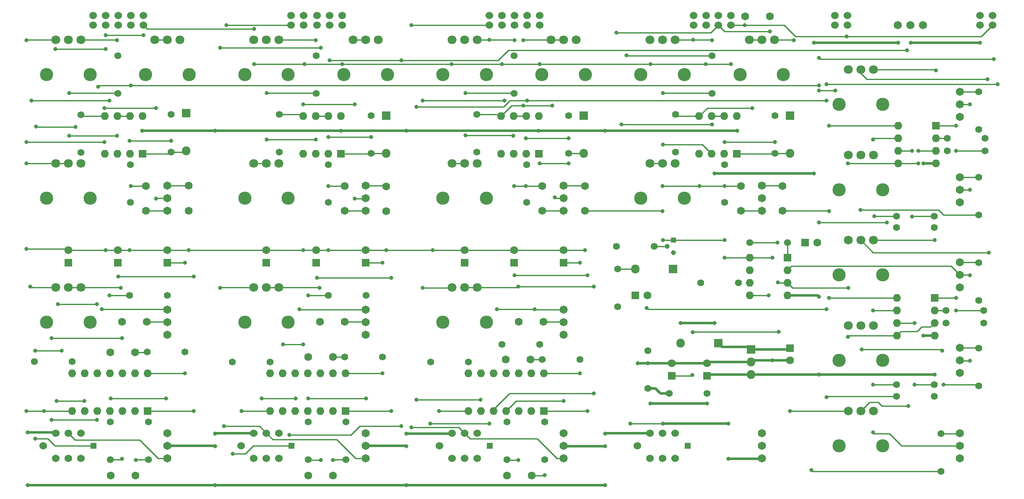
<source format=gbr>
%TF.GenerationSoftware,KiCad,Pcbnew,(2017-09-01 revision 8d1475135)-makepkg*%
%TF.CreationDate,2017-09-04T13:55:26-07:00*%
%TF.ProjectId,SM01,534D30312E6B696361645F7063620000,rev?*%
%TF.SameCoordinates,Original*%
%TF.FileFunction,Copper,L2,Bot,Signal*%
%TF.FilePolarity,Positive*%
%FSLAX46Y46*%
G04 Gerber Fmt 4.6, Leading zero omitted, Abs format (unit mm)*
G04 Created by KiCad (PCBNEW (2017-09-01 revision 8d1475135)-makepkg) date 09/04/17 13:55:26*
%MOMM*%
%LPD*%
G01*
G04 APERTURE LIST*
%TA.AperFunction,ComponentPad*%
%ADD10C,1.397000*%
%TD*%
%TA.AperFunction,ComponentPad*%
%ADD11O,1.600000X1.600000*%
%TD*%
%TA.AperFunction,ComponentPad*%
%ADD12R,1.600000X1.600000*%
%TD*%
%TA.AperFunction,ComponentPad*%
%ADD13C,2.667000*%
%TD*%
%TA.AperFunction,ComponentPad*%
%ADD14C,1.803400*%
%TD*%
%TA.AperFunction,ComponentPad*%
%ADD15C,1.524000*%
%TD*%
%TA.AperFunction,ComponentPad*%
%ADD16R,1.270000X1.270000*%
%TD*%
%TA.AperFunction,ComponentPad*%
%ADD17C,1.600000*%
%TD*%
%TA.AperFunction,ComponentPad*%
%ADD18O,1.800000X1.800000*%
%TD*%
%TA.AperFunction,ComponentPad*%
%ADD19R,1.800000X1.800000*%
%TD*%
%TA.AperFunction,ComponentPad*%
%ADD20C,1.651000*%
%TD*%
%TA.AperFunction,ComponentPad*%
%ADD21R,1.000000X1.000000*%
%TD*%
%TA.AperFunction,ComponentPad*%
%ADD22C,1.000000*%
%TD*%
%TA.AperFunction,ViaPad*%
%ADD23C,0.800000*%
%TD*%
%TA.AperFunction,Conductor*%
%ADD24C,0.250000*%
%TD*%
%TA.AperFunction,Conductor*%
%ADD25C,0.500000*%
%TD*%
G04 APERTURE END LIST*
D10*
%TO.P,R3,1*%
%TO.N,Net-(J3-Pad1)*%
X100000000Y88810000D03*
%TO.P,R3,2*%
%TO.N,Net-(R3-Pad2)*%
X100000000Y81190000D03*
%TD*%
D11*
%TO.P,U4,14*%
%TO.N,Net-(C10-Pad1)*%
X26000000Y24620000D03*
%TO.P,U4,7*%
%TO.N,GND*%
X10760000Y17000000D03*
%TO.P,U4,13*%
%TO.N,Net-(C18-Pad2)*%
X23460000Y24620000D03*
%TO.P,U4,6*%
%TO.N,Net-(J8-Pad2)*%
X13300000Y17000000D03*
%TO.P,U4,12*%
%TO.N,N/C*%
X20920000Y24620000D03*
%TO.P,U4,5*%
%TO.N,Net-(C25-Pad1)*%
X15840000Y17000000D03*
%TO.P,U4,11*%
%TO.N,Net-(C18-Pad1)*%
X18380000Y24620000D03*
%TO.P,U4,4*%
%TO.N,Net-(R31-Pad2)*%
X18380000Y17000000D03*
%TO.P,U4,10*%
%TO.N,Net-(R28-Pad2)*%
X15840000Y24620000D03*
%TO.P,U4,3*%
%TO.N,Net-(C21-Pad1)*%
X20920000Y17000000D03*
%TO.P,U4,9*%
%TO.N,GND*%
X13300000Y24620000D03*
%TO.P,U4,2*%
%TO.N,Net-(C21-Pad2)*%
X23460000Y17000000D03*
%TO.P,U4,8*%
%TO.N,Net-(R12-Pad1)*%
X10760000Y24620000D03*
D12*
%TO.P,U4,1*%
%TO.N,Net-(C13-Pad1)*%
X26000000Y17000000D03*
%TD*%
D13*
%TO.P,DECAY1,5*%
%TO.N,N/C*%
X5605637Y60001843D03*
%TO.P,DECAY1,4*%
X14394037Y60001843D03*
D14*
%TO.P,DECAY1,1*%
%TO.N,Net-(DECAY1-Pad1)*%
X12539837Y67012243D03*
%TO.P,DECAY1,2*%
%TO.N,GND*%
X9999837Y67012243D03*
%TO.P,DECAY1,3*%
X7459837Y67012243D03*
%TD*%
%TO.P,SENSE1,3*%
%TO.N,GND*%
X7459837Y92012243D03*
%TO.P,SENSE1,2*%
%TO.N,Net-(R1-Pad2)*%
X9999837Y92012243D03*
%TO.P,SENSE1,1*%
%TO.N,Net-(J1-Pad1)*%
X12539837Y92012243D03*
D13*
%TO.P,SENSE1,4*%
%TO.N,N/C*%
X14394037Y85001843D03*
%TO.P,SENSE1,5*%
X5605637Y85001843D03*
%TD*%
D15*
%TO.P,J9,*%
%TO.N,*%
X62738000Y96901000D03*
X60198000Y96901000D03*
%TO.P,J9,2*%
%TO.N,Net-(J9-Pad2)*%
X62738000Y94996000D03*
%TO.P,J9,1*%
%TO.N,Net-(J9-Pad1)*%
X60198000Y94996000D03*
%TO.P,J9,3*%
%TO.N,GND*%
X65278000Y94996000D03*
%TO.P,J9,*%
%TO.N,*%
X65278000Y96901000D03*
%TD*%
%TO.P,J8,*%
%TO.N,*%
X25146000Y96901000D03*
%TO.P,J8,3*%
%TO.N,GND*%
X25146000Y94996000D03*
%TO.P,J8,1*%
%TO.N,Net-(J8-Pad1)*%
X20066000Y94996000D03*
%TO.P,J8,2*%
%TO.N,Net-(J8-Pad2)*%
X22606000Y94996000D03*
%TO.P,J8,*%
%TO.N,*%
X20066000Y96901000D03*
X22606000Y96901000D03*
%TD*%
%TO.P,J10,*%
%TO.N,*%
X102616000Y96901000D03*
X100076000Y96901000D03*
%TO.P,J10,2*%
%TO.N,Net-(J10-Pad2)*%
X102616000Y94996000D03*
%TO.P,J10,1*%
%TO.N,Net-(J10-Pad1)*%
X100076000Y94996000D03*
%TO.P,J10,3*%
%TO.N,GND*%
X105156000Y94996000D03*
%TO.P,J10,*%
%TO.N,*%
X105156000Y96901000D03*
%TD*%
D16*
%TO.P,LEDSW4,7*%
%TO.N,Net-(LEDSW4-Pad7)*%
X135080000Y10000000D03*
D15*
%TO.P,LEDSW4,8*%
%TO.N,GND*%
X124920000Y10000000D03*
%TO.P,LEDSW4,6*%
%TO.N,Net-(LEDSW4-Pad6)*%
X127460000Y7460000D03*
%TO.P,LEDSW4,5*%
%TO.N,Net-(LEDSW4-Pad5)*%
X130000000Y7460000D03*
%TO.P,LEDSW4,4*%
%TO.N,Net-(LEDSW4-Pad4)*%
X132540000Y7460000D03*
%TO.P,LEDSW4,3*%
%TO.N,+5V*%
X127460000Y12540000D03*
%TO.P,LEDSW4,2*%
%TO.N,Net-(J5-Pad1)*%
X130000000Y12540000D03*
%TO.P,LEDSW4,1*%
%TO.N,Net-(LEDSW4-Pad1)*%
X132540000Y12540000D03*
%TD*%
%TO.P,LEDSW3,1*%
%TO.N,Net-(LEDSW3-Pad1)*%
X92540000Y12540000D03*
%TO.P,LEDSW3,2*%
%TO.N,Net-(J3-Pad1)*%
X90000000Y12540000D03*
%TO.P,LEDSW3,3*%
%TO.N,+5V*%
X87460000Y12540000D03*
%TO.P,LEDSW3,4*%
%TO.N,Net-(LEDSW3-Pad4)*%
X92540000Y7460000D03*
%TO.P,LEDSW3,5*%
%TO.N,Net-(LEDSW3-Pad5)*%
X90000000Y7460000D03*
%TO.P,LEDSW3,6*%
%TO.N,Net-(LEDSW3-Pad6)*%
X87460000Y7460000D03*
%TO.P,LEDSW3,8*%
%TO.N,GND*%
X84920000Y10000000D03*
D16*
%TO.P,LEDSW3,7*%
%TO.N,Net-(LEDSW3-Pad7)*%
X95080000Y10000000D03*
%TD*%
%TO.P,LEDSW1,7*%
%TO.N,Net-(LEDSW1-Pad7)*%
X15080000Y10000000D03*
D15*
%TO.P,LEDSW1,8*%
%TO.N,GND*%
X4920000Y10000000D03*
%TO.P,LEDSW1,6*%
%TO.N,Net-(LEDSW1-Pad6)*%
X7460000Y7460000D03*
%TO.P,LEDSW1,5*%
%TO.N,Net-(LEDSW1-Pad5)*%
X10000000Y7460000D03*
%TO.P,LEDSW1,4*%
%TO.N,Net-(LEDSW1-Pad4)*%
X12540000Y7460000D03*
%TO.P,LEDSW1,3*%
%TO.N,+5V*%
X7460000Y12540000D03*
%TO.P,LEDSW1,2*%
%TO.N,Net-(J1-Pad1)*%
X10000000Y12540000D03*
%TO.P,LEDSW1,1*%
%TO.N,Net-(LEDSW1-Pad1)*%
X12540000Y12540000D03*
%TD*%
%TO.P,LEDSW2,1*%
%TO.N,Net-(LEDSW2-Pad1)*%
X52540000Y12540000D03*
%TO.P,LEDSW2,2*%
%TO.N,Net-(J2-Pad1)*%
X50000000Y12540000D03*
%TO.P,LEDSW2,3*%
%TO.N,+5V*%
X47460000Y12540000D03*
%TO.P,LEDSW2,4*%
%TO.N,Net-(LEDSW2-Pad4)*%
X52540000Y7460000D03*
%TO.P,LEDSW2,5*%
%TO.N,Net-(LEDSW2-Pad5)*%
X50000000Y7460000D03*
%TO.P,LEDSW2,6*%
%TO.N,Net-(LEDSW2-Pad6)*%
X47460000Y7460000D03*
%TO.P,LEDSW2,8*%
%TO.N,GND*%
X44920000Y10000000D03*
D16*
%TO.P,LEDSW2,7*%
%TO.N,Net-(LEDSW2-Pad7)*%
X55080000Y10000000D03*
%TD*%
D10*
%TO.P,R50,1*%
%TO.N,LED_AR*%
X145288000Y42926000D03*
%TO.P,R50,2*%
%TO.N,Net-(LEDSW4-Pad7)*%
X137668000Y42926000D03*
%TD*%
D17*
%TO.P,C18,2*%
%TO.N,Net-(C18-Pad2)*%
X23450000Y28860000D03*
%TO.P,C18,1*%
%TO.N,Net-(C18-Pad1)*%
X18450000Y28860000D03*
%TD*%
%TO.P,C27,1*%
%TO.N,Net-(C27-Pad1)*%
X100918000Y35052000D03*
%TO.P,C27,2*%
%TO.N,Net-(C27-Pad2)*%
X105918000Y35052000D03*
%TD*%
%TO.P,C26,2*%
%TO.N,Net-(C26-Pad2)*%
X65786000Y35052000D03*
%TO.P,C26,1*%
%TO.N,Net-(C26-Pad1)*%
X60786000Y35052000D03*
%TD*%
%TO.P,C25,1*%
%TO.N,Net-(C25-Pad1)*%
X20828000Y35052000D03*
%TO.P,C25,2*%
%TO.N,Net-(C25-Pad2)*%
X25828000Y35052000D03*
%TD*%
%TO.P,C24,2*%
%TO.N,GND*%
X146638000Y96774000D03*
%TO.P,C24,1*%
%TO.N,Net-(C24-Pad1)*%
X151638000Y96774000D03*
%TD*%
%TO.P,C23,1*%
%TO.N,Net-(C23-Pad1)*%
X98552000Y4000000D03*
%TO.P,C23,2*%
%TO.N,Net-(C23-Pad2)*%
X103552000Y4000000D03*
%TD*%
%TO.P,C22,2*%
%TO.N,Net-(C22-Pad2)*%
X63420000Y4000000D03*
%TO.P,C22,1*%
%TO.N,Net-(C22-Pad1)*%
X58420000Y4000000D03*
%TD*%
%TO.P,C21,1*%
%TO.N,Net-(C21-Pad1)*%
X18542000Y4000000D03*
%TO.P,C21,2*%
%TO.N,Net-(C21-Pad2)*%
X23542000Y4000000D03*
%TD*%
%TO.P,C20,2*%
%TO.N,Net-(C20-Pad2)*%
X103298000Y27432000D03*
%TO.P,C20,1*%
%TO.N,Net-(C20-Pad1)*%
X98298000Y27432000D03*
%TD*%
%TO.P,C19,1*%
%TO.N,Net-(C19-Pad1)*%
X58420000Y27940000D03*
%TO.P,C19,2*%
%TO.N,Net-(C19-Pad2)*%
X63420000Y27940000D03*
%TD*%
%TO.P,C17,2*%
%TO.N,GND*%
X154178000Y57484000D03*
%TO.P,C17,1*%
%TO.N,Net-(C17-Pad1)*%
X154178000Y62484000D03*
%TD*%
%TO.P,C16,1*%
%TO.N,GND*%
X145796000Y62484000D03*
%TO.P,C16,2*%
%TO.N,Net-(C16-Pad2)*%
X145796000Y57484000D03*
%TD*%
%TO.P,C9,2*%
%TO.N,GND*%
X114300000Y57484000D03*
%TO.P,C9,1*%
%TO.N,Net-(C9-Pad1)*%
X114300000Y62484000D03*
%TD*%
%TO.P,C8,1*%
%TO.N,Net-(C8-Pad1)*%
X74168000Y62404000D03*
%TO.P,C8,2*%
%TO.N,GND*%
X74168000Y57404000D03*
%TD*%
%TO.P,C7,2*%
%TO.N,GND*%
X34290000Y57520000D03*
%TO.P,C7,1*%
%TO.N,Net-(C7-Pad1)*%
X34290000Y62520000D03*
%TD*%
%TO.P,C6,1*%
%TO.N,GND*%
X105664000Y62484000D03*
%TO.P,C6,2*%
%TO.N,Net-(C6-Pad2)*%
X105664000Y57484000D03*
%TD*%
%TO.P,C5,2*%
%TO.N,Net-(C5-Pad2)*%
X65786000Y57484000D03*
%TO.P,C5,1*%
%TO.N,GND*%
X65786000Y62484000D03*
%TD*%
%TO.P,C4,1*%
%TO.N,GND*%
X25654000Y62484000D03*
%TO.P,C4,2*%
%TO.N,Net-(C4-Pad2)*%
X25654000Y57484000D03*
%TD*%
%TO.P,C1,2*%
%TO.N,GND*%
X155702000Y27218000D03*
D12*
%TO.P,C1,1*%
%TO.N,Net-(C1-Pad1)*%
X155702000Y29718000D03*
%TD*%
%TO.P,C2,1*%
%TO.N,+5V*%
X138938000Y24130000D03*
D17*
%TO.P,C2,2*%
%TO.N,GND*%
X138938000Y26630000D03*
%TD*%
%TO.P,C3,2*%
%TO.N,GND*%
X131826000Y26630000D03*
D12*
%TO.P,C3,1*%
%TO.N,2.5v*%
X131826000Y24130000D03*
%TD*%
%TO.P,C28,1*%
%TO.N,Net-(C25-Pad1)*%
X10000000Y47000000D03*
D17*
%TO.P,C28,2*%
%TO.N,GND*%
X10000000Y49500000D03*
%TD*%
%TO.P,C30,2*%
%TO.N,GND*%
X90000000Y49500000D03*
D12*
%TO.P,C30,1*%
%TO.N,Net-(C27-Pad1)*%
X90000000Y47000000D03*
%TD*%
%TO.P,C31,1*%
%TO.N,Net-(C31-Pad1)*%
X124460000Y40386000D03*
D17*
%TO.P,C31,2*%
%TO.N,Net-(C31-Pad2)*%
X126960000Y40386000D03*
%TD*%
%TO.P,C32,2*%
%TO.N,Net-(C32-Pad2)*%
X161250000Y51054000D03*
D12*
%TO.P,C32,1*%
%TO.N,Net-(C32-Pad1)*%
X158750000Y51054000D03*
%TD*%
%TO.P,C29,1*%
%TO.N,Net-(C26-Pad1)*%
X50000000Y47000000D03*
D17*
%TO.P,C29,2*%
%TO.N,GND*%
X50000000Y49500000D03*
%TD*%
%TO.P,C15,2*%
%TO.N,GND*%
X100000000Y49500000D03*
D12*
%TO.P,C15,1*%
%TO.N,Net-(C15-Pad1)*%
X100000000Y47000000D03*
%TD*%
%TO.P,C10,1*%
%TO.N,Net-(C10-Pad1)*%
X30000000Y47000000D03*
D17*
%TO.P,C10,2*%
%TO.N,GND*%
X30000000Y49500000D03*
%TD*%
%TO.P,C11,2*%
%TO.N,GND*%
X70000000Y49500000D03*
D12*
%TO.P,C11,1*%
%TO.N,Net-(C11-Pad1)*%
X70000000Y47000000D03*
%TD*%
%TO.P,C12,1*%
%TO.N,Net-(C12-Pad1)*%
X110000000Y47000000D03*
D17*
%TO.P,C12,2*%
%TO.N,GND*%
X110000000Y49500000D03*
%TD*%
%TO.P,C13,2*%
%TO.N,GND*%
X20000000Y49500000D03*
D12*
%TO.P,C13,1*%
%TO.N,Net-(C13-Pad1)*%
X20000000Y47000000D03*
%TD*%
%TO.P,C14,1*%
%TO.N,Net-(C14-Pad1)*%
X60000000Y47000000D03*
D17*
%TO.P,C14,2*%
%TO.N,GND*%
X60000000Y49500000D03*
%TD*%
D12*
%TO.P,U6,1*%
%TO.N,Net-(C15-Pad1)*%
X106000000Y17000000D03*
D11*
%TO.P,U6,8*%
%TO.N,Net-(R14-Pad1)*%
X90760000Y24620000D03*
%TO.P,U6,2*%
%TO.N,Net-(C23-Pad2)*%
X103460000Y17000000D03*
%TO.P,U6,9*%
%TO.N,GND*%
X93300000Y24620000D03*
%TO.P,U6,3*%
%TO.N,Net-(C23-Pad1)*%
X100920000Y17000000D03*
%TO.P,U6,10*%
%TO.N,Net-(R30-Pad2)*%
X95840000Y24620000D03*
%TO.P,U6,4*%
%TO.N,Net-(R33-Pad2)*%
X98380000Y17000000D03*
%TO.P,U6,11*%
%TO.N,Net-(C20-Pad1)*%
X98380000Y24620000D03*
%TO.P,U6,5*%
%TO.N,Net-(C27-Pad1)*%
X95840000Y17000000D03*
%TO.P,U6,12*%
%TO.N,N/C*%
X100920000Y24620000D03*
%TO.P,U6,6*%
%TO.N,Net-(J10-Pad2)*%
X93300000Y17000000D03*
%TO.P,U6,13*%
%TO.N,Net-(C20-Pad2)*%
X103460000Y24620000D03*
%TO.P,U6,7*%
%TO.N,GND*%
X90760000Y17000000D03*
%TO.P,U6,14*%
%TO.N,Net-(C12-Pad1)*%
X106000000Y24620000D03*
%TD*%
%TO.P,U5,14*%
%TO.N,Net-(C11-Pad1)*%
X66000000Y24620000D03*
%TO.P,U5,7*%
%TO.N,GND*%
X50760000Y17000000D03*
%TO.P,U5,13*%
%TO.N,Net-(C19-Pad2)*%
X63460000Y24620000D03*
%TO.P,U5,6*%
%TO.N,Net-(J9-Pad2)*%
X53300000Y17000000D03*
%TO.P,U5,12*%
%TO.N,N/C*%
X60920000Y24620000D03*
%TO.P,U5,5*%
%TO.N,Net-(C26-Pad1)*%
X55840000Y17000000D03*
%TO.P,U5,11*%
%TO.N,Net-(C19-Pad1)*%
X58380000Y24620000D03*
%TO.P,U5,4*%
%TO.N,Net-(R32-Pad2)*%
X58380000Y17000000D03*
%TO.P,U5,10*%
%TO.N,Net-(R29-Pad2)*%
X55840000Y24620000D03*
%TO.P,U5,3*%
%TO.N,Net-(C22-Pad1)*%
X60920000Y17000000D03*
%TO.P,U5,9*%
%TO.N,GND*%
X53300000Y24620000D03*
%TO.P,U5,2*%
%TO.N,Net-(C22-Pad2)*%
X63460000Y17000000D03*
%TO.P,U5,8*%
%TO.N,Net-(R13-Pad1)*%
X50760000Y24620000D03*
D12*
%TO.P,U5,1*%
%TO.N,Net-(C14-Pad1)*%
X66000000Y17000000D03*
%TD*%
D11*
%TO.P,U3,8*%
%TO.N,+5V*%
X105000000Y76620000D03*
%TO.P,U3,4*%
%TO.N,GND*%
X97380000Y69000000D03*
%TO.P,U3,7*%
%TO.N,Net-(U3-Pad6)*%
X102460000Y76620000D03*
%TO.P,U3,3*%
%TO.N,Net-(R3-Pad2)*%
X99920000Y69000000D03*
%TO.P,U3,6*%
%TO.N,Net-(U3-Pad6)*%
X99920000Y76620000D03*
%TO.P,U3,2*%
%TO.N,Net-(R11-Pad2)*%
X102460000Y69000000D03*
%TO.P,U3,5*%
%TO.N,Net-(ATTACK3-Pad2)*%
X97380000Y76620000D03*
D12*
%TO.P,U3,1*%
%TO.N,Net-(D4-Pad2)*%
X105000000Y69000000D03*
%TD*%
%TO.P,U2,1*%
%TO.N,Net-(D3-Pad2)*%
X65000000Y69000000D03*
D11*
%TO.P,U2,5*%
%TO.N,Net-(ATTACK2-Pad2)*%
X57380000Y76620000D03*
%TO.P,U2,2*%
%TO.N,Net-(R10-Pad2)*%
X62460000Y69000000D03*
%TO.P,U2,6*%
%TO.N,Net-(U2-Pad6)*%
X59920000Y76620000D03*
%TO.P,U2,3*%
%TO.N,Net-(R2-Pad2)*%
X59920000Y69000000D03*
%TO.P,U2,7*%
%TO.N,Net-(U2-Pad6)*%
X62460000Y76620000D03*
%TO.P,U2,4*%
%TO.N,GND*%
X57380000Y69000000D03*
%TO.P,U2,8*%
%TO.N,+5V*%
X65000000Y76620000D03*
%TD*%
%TO.P,U1,8*%
%TO.N,+5V*%
X25000000Y76620000D03*
%TO.P,U1,4*%
%TO.N,GND*%
X17380000Y69000000D03*
%TO.P,U1,7*%
%TO.N,Net-(U1-Pad6)*%
X22460000Y76620000D03*
%TO.P,U1,3*%
%TO.N,Net-(R1-Pad2)*%
X19920000Y69000000D03*
%TO.P,U1,6*%
%TO.N,Net-(U1-Pad6)*%
X19920000Y76620000D03*
%TO.P,U1,2*%
%TO.N,Net-(R4-Pad1)*%
X22460000Y69000000D03*
%TO.P,U1,5*%
%TO.N,Net-(ATTACK1-Pad2)*%
X17380000Y76620000D03*
D12*
%TO.P,U1,1*%
%TO.N,Net-(D2-Pad2)*%
X25000000Y69000000D03*
%TD*%
%TO.P,U8,1*%
%TO.N,Net-(D5-Pad2)*%
X145000000Y69000000D03*
D11*
%TO.P,U8,5*%
%TO.N,Net-(ATTACK4-Pad2)*%
X137380000Y76620000D03*
%TO.P,U8,2*%
%TO.N,Net-(R19-Pad1)*%
X142460000Y69000000D03*
%TO.P,U8,6*%
%TO.N,Net-(R35-Pad2)*%
X139920000Y76620000D03*
%TO.P,U8,3*%
%TO.N,Net-(R18-Pad2)*%
X139920000Y69000000D03*
%TO.P,U8,7*%
%TO.N,Net-(R35-Pad2)*%
X142460000Y76620000D03*
%TO.P,U8,4*%
%TO.N,GND*%
X137380000Y69000000D03*
%TO.P,U8,8*%
%TO.N,+5V*%
X145000000Y76620000D03*
%TD*%
%TO.P,U9,8*%
%TO.N,GND*%
X177292000Y39878000D03*
%TO.P,U9,4*%
%TO.N,+5V*%
X184912000Y32258000D03*
%TO.P,U9,7*%
%TO.N,Net-(R40-Pad1)*%
X177292000Y37338000D03*
%TO.P,U9,3*%
%TO.N,2.5v*%
X184912000Y34798000D03*
%TO.P,U9,6*%
%TO.N,Net-(R36-Pad1)*%
X177292000Y34798000D03*
%TO.P,U9,2*%
%TO.N,Net-(R39-Pad2)*%
X184912000Y37338000D03*
%TO.P,U9,5*%
%TO.N,2.5v*%
X177292000Y32258000D03*
D12*
%TO.P,U9,1*%
%TO.N,Net-(R43-Pad1)*%
X184912000Y39878000D03*
%TD*%
%TO.P,U10,1*%
%TO.N,Net-(R41-Pad1)*%
X185166000Y74676000D03*
D11*
%TO.P,U10,5*%
%TO.N,2.5v*%
X177546000Y67056000D03*
%TO.P,U10,2*%
%TO.N,Net-(R37-Pad2)*%
X185166000Y72136000D03*
%TO.P,U10,6*%
%TO.N,Net-(R38-Pad2)*%
X177546000Y69596000D03*
%TO.P,U10,3*%
%TO.N,2.5v*%
X185166000Y69596000D03*
%TO.P,U10,7*%
%TO.N,Net-(R42-Pad1)*%
X177546000Y72136000D03*
%TO.P,U10,4*%
%TO.N,+5V*%
X185166000Y67056000D03*
%TO.P,U10,8*%
%TO.N,GND*%
X177546000Y74676000D03*
%TD*%
%TO.P,U11,8*%
%TO.N,GND*%
X147574000Y48006000D03*
%TO.P,U11,4*%
%TO.N,+5V*%
X155194000Y40386000D03*
%TO.P,U11,7*%
%TO.N,LED_AR*%
X147574000Y45466000D03*
%TO.P,U11,3*%
%TO.N,2.5v*%
X155194000Y42926000D03*
%TO.P,U11,6*%
%TO.N,LED_AR*%
X147574000Y42926000D03*
%TO.P,U11,2*%
%TO.N,Net-(R48-Pad2)*%
X155194000Y45466000D03*
%TO.P,U11,5*%
%TO.N,Net-(ATTACK4-Pad2)*%
X147574000Y40386000D03*
D12*
%TO.P,U11,1*%
%TO.N,Net-(C32-Pad1)*%
X155194000Y48006000D03*
%TD*%
D18*
%TO.P,D2,2*%
%TO.N,Net-(D2-Pad2)*%
X33782000Y69596000D03*
D19*
%TO.P,D2,1*%
%TO.N,Net-(ATTACK1-Pad1)*%
X33782000Y77216000D03*
%TD*%
%TO.P,D1,1*%
%TO.N,Net-(C1-Pad1)*%
X141224000Y30734000D03*
D18*
%TO.P,D1,2*%
%TO.N,Net-(D1-Pad2)*%
X133604000Y30734000D03*
%TD*%
%TO.P,D5,2*%
%TO.N,Net-(D5-Pad2)*%
X155702000Y69088000D03*
D19*
%TO.P,D5,1*%
%TO.N,Net-(ATTACK4-Pad1)*%
X155702000Y76708000D03*
%TD*%
%TO.P,D4,1*%
%TO.N,Net-(ATTACK3-Pad1)*%
X114046000Y76708000D03*
D18*
%TO.P,D4,2*%
%TO.N,Net-(D4-Pad2)*%
X114046000Y69088000D03*
%TD*%
%TO.P,D6,2*%
%TO.N,Net-(C31-Pad1)*%
X124460000Y45720000D03*
D19*
%TO.P,D6,1*%
%TO.N,Net-(D6-Pad1)*%
X132080000Y45720000D03*
%TD*%
%TO.P,D3,1*%
%TO.N,Net-(ATTACK2-Pad1)*%
X74168000Y76708000D03*
D18*
%TO.P,D3,2*%
%TO.N,Net-(D3-Pad2)*%
X74168000Y69088000D03*
%TD*%
D13*
%TO.P,SENSE2,5*%
%TO.N,N/C*%
X45605637Y85001843D03*
%TO.P,SENSE2,4*%
X54394037Y85001843D03*
D14*
%TO.P,SENSE2,1*%
%TO.N,Net-(J2-Pad1)*%
X52539837Y92012243D03*
%TO.P,SENSE2,2*%
%TO.N,Net-(R2-Pad2)*%
X49999837Y92012243D03*
%TO.P,SENSE2,3*%
%TO.N,GND*%
X47459837Y92012243D03*
%TD*%
%TO.P,SENSE3,3*%
%TO.N,GND*%
X87459837Y92012243D03*
%TO.P,SENSE3,2*%
%TO.N,Net-(R3-Pad2)*%
X89999837Y92012243D03*
%TO.P,SENSE3,1*%
%TO.N,Net-(J3-Pad1)*%
X92539837Y92012243D03*
D13*
%TO.P,SENSE3,4*%
%TO.N,N/C*%
X94394037Y85001843D03*
%TO.P,SENSE3,5*%
X85605637Y85001843D03*
%TD*%
%TO.P,SENSE4,5*%
%TO.N,N/C*%
X125605637Y85001843D03*
%TO.P,SENSE4,4*%
X134394037Y85001843D03*
D14*
%TO.P,SENSE4,1*%
%TO.N,Net-(J5-Pad1)*%
X132539837Y92012243D03*
%TO.P,SENSE4,2*%
%TO.N,Net-(R18-Pad2)*%
X129999837Y92012243D03*
%TO.P,SENSE4,3*%
%TO.N,GND*%
X127459837Y92012243D03*
%TD*%
%TO.P,ATTACK1,3*%
%TO.N,Net-(ATTACK1-Pad2)*%
X27459837Y92012243D03*
%TO.P,ATTACK1,2*%
X29999837Y92012243D03*
%TO.P,ATTACK1,1*%
%TO.N,Net-(ATTACK1-Pad1)*%
X32539837Y92012243D03*
D13*
%TO.P,ATTACK1,4*%
%TO.N,N/C*%
X34394037Y85001843D03*
%TO.P,ATTACK1,5*%
X25605637Y85001843D03*
%TD*%
%TO.P,ATTACK4,5*%
%TO.N,N/C*%
X145605637Y85001843D03*
%TO.P,ATTACK4,4*%
X154394037Y85001843D03*
D14*
%TO.P,ATTACK4,1*%
%TO.N,Net-(ATTACK4-Pad1)*%
X152539837Y92012243D03*
%TO.P,ATTACK4,2*%
%TO.N,Net-(ATTACK4-Pad2)*%
X149999837Y92012243D03*
%TO.P,ATTACK4,3*%
X147459837Y92012243D03*
%TD*%
%TO.P,ATTACK3,3*%
%TO.N,Net-(ATTACK3-Pad2)*%
X107459837Y92012243D03*
%TO.P,ATTACK3,2*%
X109999837Y92012243D03*
%TO.P,ATTACK3,1*%
%TO.N,Net-(ATTACK3-Pad1)*%
X112539837Y92012243D03*
D13*
%TO.P,ATTACK3,4*%
%TO.N,N/C*%
X114394037Y85001843D03*
%TO.P,ATTACK3,5*%
X105605637Y85001843D03*
%TD*%
%TO.P,ATTACK2,5*%
%TO.N,N/C*%
X65605637Y85001843D03*
%TO.P,ATTACK2,4*%
X74394037Y85001843D03*
D14*
%TO.P,ATTACK2,1*%
%TO.N,Net-(ATTACK2-Pad1)*%
X72539837Y92012243D03*
%TO.P,ATTACK2,2*%
%TO.N,Net-(ATTACK2-Pad2)*%
X69999837Y92012243D03*
%TO.P,ATTACK2,3*%
X67459837Y92012243D03*
%TD*%
%TO.P,VOL1,3*%
%TO.N,2.5v*%
X167459837Y86012243D03*
%TO.P,VOL1,2*%
%TO.N,Net-(R45-Pad2)*%
X169999837Y86012243D03*
%TO.P,VOL1,1*%
%TO.N,Net-(R41-Pad1)*%
X172539837Y86012243D03*
D13*
%TO.P,VOL1,4*%
%TO.N,N/C*%
X174394037Y79001843D03*
%TO.P,VOL1,5*%
X165605637Y79001843D03*
%TD*%
D14*
%TO.P,DECAY2,3*%
%TO.N,GND*%
X47459837Y67012243D03*
%TO.P,DECAY2,2*%
X49999837Y67012243D03*
%TO.P,DECAY2,1*%
%TO.N,Net-(DECAY2-Pad1)*%
X52539837Y67012243D03*
D13*
%TO.P,DECAY2,4*%
%TO.N,N/C*%
X54394037Y60001843D03*
%TO.P,DECAY2,5*%
X45605637Y60001843D03*
%TD*%
%TO.P,DECAY3,5*%
%TO.N,N/C*%
X85605637Y60001843D03*
%TO.P,DECAY3,4*%
X94394037Y60001843D03*
D14*
%TO.P,DECAY3,1*%
%TO.N,Net-(DECAY3-Pad1)*%
X92539837Y67012243D03*
%TO.P,DECAY3,2*%
%TO.N,GND*%
X89999837Y67012243D03*
%TO.P,DECAY3,3*%
X87459837Y67012243D03*
%TD*%
%TO.P,DECAY4,3*%
%TO.N,GND*%
X127459837Y67012243D03*
%TO.P,DECAY4,2*%
X129999837Y67012243D03*
%TO.P,DECAY4,1*%
%TO.N,Net-(DECAY4-Pad1)*%
X132539837Y67012243D03*
D13*
%TO.P,DECAY4,4*%
%TO.N,N/C*%
X134394037Y60001843D03*
%TO.P,DECAY4,5*%
X125605637Y60001843D03*
%TD*%
%TO.P,VOL2,5*%
%TO.N,N/C*%
X165605637Y61751843D03*
%TO.P,VOL2,4*%
X174394037Y61751843D03*
D14*
%TO.P,VOL2,1*%
%TO.N,Net-(R42-Pad1)*%
X172539837Y68762243D03*
%TO.P,VOL2,2*%
%TO.N,Net-(R46-Pad2)*%
X169999837Y68762243D03*
%TO.P,VOL2,3*%
%TO.N,2.5v*%
X167459837Y68762243D03*
%TD*%
%TO.P,VOL3,3*%
%TO.N,2.5v*%
X167459837Y51512243D03*
%TO.P,VOL3,2*%
%TO.N,Net-(R47-Pad2)*%
X169999837Y51512243D03*
%TO.P,VOL3,1*%
%TO.N,Net-(R43-Pad1)*%
X172539837Y51512243D03*
D13*
%TO.P,VOL3,4*%
%TO.N,N/C*%
X174394037Y44501843D03*
%TO.P,VOL3,5*%
X165605637Y44501843D03*
%TD*%
%TO.P,VOL4,5*%
%TO.N,N/C*%
X165605637Y27251843D03*
%TO.P,VOL4,4*%
X174394037Y27251843D03*
D14*
%TO.P,VOL4,1*%
%TO.N,Net-(R40-Pad1)*%
X172539837Y34262243D03*
%TO.P,VOL4,2*%
%TO.N,Net-(R44-Pad2)*%
X169999837Y34262243D03*
%TO.P,VOL4,3*%
%TO.N,2.5v*%
X167459837Y34262243D03*
%TD*%
%TO.P,MASTERV1,3*%
%TO.N,GND*%
X167459837Y17012243D03*
%TO.P,MASTERV1,2*%
%TO.N,Net-(J7-Pad1)*%
X169999837Y17012243D03*
%TO.P,MASTERV1,1*%
%TO.N,Net-(MASTERV1-Pad1)*%
X172539837Y17012243D03*
D13*
%TO.P,MASTERV1,4*%
%TO.N,N/C*%
X174394037Y10001843D03*
%TO.P,MASTERV1,5*%
X165605637Y10001843D03*
%TD*%
%TO.P,OSC1,5*%
%TO.N,N/C*%
X5605637Y35001843D03*
%TO.P,OSC1,4*%
X14394037Y35001843D03*
D14*
%TO.P,OSC1,1*%
%TO.N,Net-(C25-Pad1)*%
X12539837Y42012243D03*
%TO.P,OSC1,2*%
X9999837Y42012243D03*
%TO.P,OSC1,3*%
%TO.N,Net-(J8-Pad1)*%
X7459837Y42012243D03*
%TD*%
%TO.P,OSC2,3*%
%TO.N,Net-(J9-Pad1)*%
X47459837Y42012243D03*
%TO.P,OSC2,2*%
%TO.N,Net-(C26-Pad1)*%
X49999837Y42012243D03*
%TO.P,OSC2,1*%
X52539837Y42012243D03*
D13*
%TO.P,OSC2,4*%
%TO.N,N/C*%
X54394037Y35001843D03*
%TO.P,OSC2,5*%
X45605637Y35001843D03*
%TD*%
%TO.P,OSC3,5*%
%TO.N,N/C*%
X85605637Y35001843D03*
%TO.P,OSC3,4*%
X94394037Y35001843D03*
D14*
%TO.P,OSC3,1*%
%TO.N,Net-(C27-Pad1)*%
X92539837Y42012243D03*
%TO.P,OSC3,2*%
X89999837Y42012243D03*
%TO.P,OSC3,3*%
%TO.N,Net-(J10-Pad1)*%
X87459837Y42012243D03*
%TD*%
D19*
%TO.P,VREG1,1*%
%TO.N,Net-(C1-Pad1)*%
X147828000Y29464000D03*
D18*
%TO.P,VREG1,2*%
%TO.N,GND*%
X147828000Y26924000D03*
%TO.P,VREG1,3*%
%TO.N,+5V*%
X147828000Y24384000D03*
%TD*%
D10*
%TO.P,R17,1*%
%TO.N,Net-(ATTACK3-Pad2)*%
X92456000Y76962000D03*
%TO.P,R17,2*%
%TO.N,Net-(DECAY3-Pad1)*%
X92456000Y69342000D03*
%TD*%
%TO.P,R16,2*%
%TO.N,Net-(DECAY2-Pad1)*%
X52578000Y69342000D03*
%TO.P,R16,1*%
%TO.N,Net-(ATTACK2-Pad2)*%
X52578000Y76962000D03*
%TD*%
%TO.P,R18,1*%
%TO.N,Net-(J5-Pad1)*%
X140000000Y88810000D03*
%TO.P,R18,2*%
%TO.N,Net-(R18-Pad2)*%
X140000000Y81190000D03*
%TD*%
%TO.P,R14,2*%
%TO.N,Net-(LEDSW3-Pad7)*%
X83140000Y26924000D03*
%TO.P,R14,1*%
%TO.N,Net-(R14-Pad1)*%
X90760000Y26924000D03*
%TD*%
%TO.P,R13,1*%
%TO.N,Net-(R13-Pad1)*%
X50760000Y26924000D03*
%TO.P,R13,2*%
%TO.N,Net-(LEDSW2-Pad7)*%
X43140000Y26924000D03*
%TD*%
%TO.P,R12,2*%
%TO.N,Net-(LEDSW1-Pad7)*%
X3140000Y26990000D03*
%TO.P,R12,1*%
%TO.N,Net-(R12-Pad1)*%
X10760000Y26990000D03*
%TD*%
%TO.P,R11,1*%
%TO.N,Net-(D4-Pad2)*%
X110998000Y69088000D03*
%TO.P,R11,2*%
%TO.N,Net-(R11-Pad2)*%
X110998000Y76708000D03*
%TD*%
%TO.P,R10,2*%
%TO.N,Net-(R10-Pad2)*%
X71120000Y76708000D03*
%TO.P,R10,1*%
%TO.N,Net-(D3-Pad2)*%
X71120000Y69088000D03*
%TD*%
%TO.P,R9,1*%
%TO.N,Net-(D2-Pad2)*%
X30734000Y69342000D03*
%TO.P,R9,2*%
%TO.N,Net-(R4-Pad1)*%
X30734000Y76962000D03*
%TD*%
%TO.P,R8,2*%
%TO.N,GND*%
X127000000Y29210000D03*
%TO.P,R8,1*%
%TO.N,2.5v*%
X127000000Y21590000D03*
%TD*%
%TO.P,R7,1*%
%TO.N,+5V*%
X138938000Y20574000D03*
%TO.P,R7,2*%
%TO.N,2.5v*%
X131318000Y20574000D03*
%TD*%
%TO.P,R6,2*%
%TO.N,GND*%
X102500000Y59190000D03*
%TO.P,R6,1*%
%TO.N,Net-(R11-Pad2)*%
X102500000Y66810000D03*
%TD*%
%TO.P,R5,1*%
%TO.N,Net-(R10-Pad2)*%
X62484000Y66810000D03*
%TO.P,R5,2*%
%TO.N,GND*%
X62484000Y59190000D03*
%TD*%
%TO.P,R4,2*%
%TO.N,GND*%
X22500000Y59190000D03*
%TO.P,R4,1*%
%TO.N,Net-(R4-Pad1)*%
X22500000Y66810000D03*
%TD*%
%TO.P,R2,2*%
%TO.N,Net-(R2-Pad2)*%
X60000000Y81190000D03*
%TO.P,R2,1*%
%TO.N,Net-(J2-Pad1)*%
X60000000Y88810000D03*
%TD*%
%TO.P,R1,1*%
%TO.N,Net-(J1-Pad1)*%
X20000000Y88810000D03*
%TO.P,R1,2*%
%TO.N,Net-(R1-Pad2)*%
X20000000Y81190000D03*
%TD*%
%TO.P,R15,2*%
%TO.N,Net-(DECAY1-Pad1)*%
X12520000Y69290000D03*
%TO.P,R15,1*%
%TO.N,Net-(ATTACK1-Pad2)*%
X12520000Y76910000D03*
%TD*%
%TO.P,R19,1*%
%TO.N,Net-(R19-Pad1)*%
X142500000Y66810000D03*
%TO.P,R19,2*%
%TO.N,GND*%
X142500000Y59190000D03*
%TD*%
%TO.P,R20,2*%
%TO.N,Net-(R19-Pad1)*%
X152654000Y76708000D03*
%TO.P,R20,1*%
%TO.N,Net-(D5-Pad2)*%
X152654000Y69088000D03*
%TD*%
%TO.P,R21,1*%
%TO.N,Net-(C10-Pad1)*%
X33528000Y28956000D03*
%TO.P,R21,2*%
%TO.N,Net-(C18-Pad2)*%
X25908000Y28956000D03*
%TD*%
%TO.P,R22,2*%
%TO.N,Net-(C19-Pad2)*%
X65786000Y27940000D03*
%TO.P,R22,1*%
%TO.N,Net-(C11-Pad1)*%
X73406000Y27940000D03*
%TD*%
%TO.P,R23,1*%
%TO.N,Net-(C12-Pad1)*%
X113284000Y27432000D03*
%TO.P,R23,2*%
%TO.N,Net-(C20-Pad2)*%
X105664000Y27432000D03*
%TD*%
%TO.P,R24,2*%
%TO.N,Net-(C21-Pad2)*%
X26162000Y7190000D03*
%TO.P,R24,1*%
%TO.N,Net-(C13-Pad1)*%
X26162000Y14810000D03*
%TD*%
%TO.P,R25,1*%
%TO.N,Net-(C14-Pad1)*%
X66040000Y14810000D03*
%TO.P,R25,2*%
%TO.N,Net-(C22-Pad2)*%
X66040000Y7190000D03*
%TD*%
%TO.P,R49,2*%
%TO.N,Net-(C32-Pad2)*%
X186182000Y4826000D03*
%TO.P,R49,1*%
%TO.N,Net-(R49-Pad1)*%
X186182000Y12446000D03*
%TD*%
%TO.P,R48,1*%
%TO.N,Net-(C32-Pad1)*%
X155194000Y51054000D03*
%TO.P,R48,2*%
%TO.N,Net-(R48-Pad2)*%
X147574000Y51054000D03*
%TD*%
%TO.P,R47,2*%
%TO.N,Net-(R47-Pad2)*%
X193802000Y39370000D03*
%TO.P,R47,1*%
%TO.N,Net-(R47-Pad1)*%
X193802000Y46990000D03*
%TD*%
%TO.P,R46,1*%
%TO.N,Net-(R46-Pad1)*%
X193802000Y64262000D03*
%TO.P,R46,2*%
%TO.N,Net-(R46-Pad2)*%
X193802000Y56642000D03*
%TD*%
%TO.P,R45,2*%
%TO.N,Net-(R45-Pad2)*%
X193802000Y73914000D03*
%TO.P,R45,1*%
%TO.N,Net-(R45-Pad1)*%
X193802000Y81534000D03*
%TD*%
%TO.P,R44,1*%
%TO.N,Net-(R44-Pad1)*%
X193802000Y29718000D03*
%TO.P,R44,2*%
%TO.N,Net-(R44-Pad2)*%
X193802000Y22098000D03*
%TD*%
%TO.P,R43,2*%
%TO.N,Net-(R39-Pad2)*%
X187198000Y37338000D03*
%TO.P,R43,1*%
%TO.N,Net-(R43-Pad1)*%
X194818000Y37338000D03*
%TD*%
%TO.P,R26,1*%
%TO.N,Net-(C15-Pad1)*%
X106172000Y14810000D03*
%TO.P,R26,2*%
%TO.N,Net-(C23-Pad2)*%
X106172000Y7190000D03*
%TD*%
%TO.P,R27,2*%
%TO.N,Net-(DECAY4-Pad1)*%
X132588000Y69342000D03*
%TO.P,R27,1*%
%TO.N,Net-(ATTACK4-Pad2)*%
X132588000Y76962000D03*
%TD*%
%TO.P,R28,1*%
%TO.N,Net-(C18-Pad1)*%
X22352000Y40386000D03*
%TO.P,R28,2*%
%TO.N,Net-(R28-Pad2)*%
X29972000Y40386000D03*
%TD*%
%TO.P,R29,2*%
%TO.N,Net-(R29-Pad2)*%
X70104000Y40386000D03*
%TO.P,R29,1*%
%TO.N,Net-(C19-Pad1)*%
X62484000Y40386000D03*
%TD*%
%TO.P,R30,1*%
%TO.N,Net-(C20-Pad1)*%
X97536000Y30480000D03*
%TO.P,R30,2*%
%TO.N,Net-(R30-Pad2)*%
X105156000Y30480000D03*
%TD*%
%TO.P,R31,2*%
%TO.N,Net-(R31-Pad2)*%
X18500000Y14810000D03*
%TO.P,R31,1*%
%TO.N,Net-(C21-Pad1)*%
X18500000Y7190000D03*
%TD*%
%TO.P,R32,1*%
%TO.N,Net-(C22-Pad1)*%
X58420000Y7190000D03*
%TO.P,R32,2*%
%TO.N,Net-(R32-Pad2)*%
X58420000Y14810000D03*
%TD*%
%TO.P,R33,2*%
%TO.N,Net-(R33-Pad2)*%
X98552000Y14810000D03*
%TO.P,R33,1*%
%TO.N,Net-(C23-Pad1)*%
X98552000Y7190000D03*
%TD*%
%TO.P,R34,1*%
%TO.N,Net-(C24-Pad1)*%
X120650000Y50292000D03*
%TO.P,R34,2*%
%TO.N,Net-(Q1-Pad2)*%
X128270000Y50292000D03*
%TD*%
%TO.P,R35,2*%
%TO.N,Net-(R35-Pad2)*%
X120904000Y38100000D03*
%TO.P,R35,1*%
%TO.N,Net-(C31-Pad1)*%
X120904000Y45720000D03*
%TD*%
%TO.P,R36,1*%
%TO.N,Net-(R36-Pad1)*%
X184810000Y20000000D03*
%TO.P,R36,2*%
%TO.N,Net-(C31-Pad2)*%
X177190000Y20000000D03*
%TD*%
%TO.P,R37,2*%
%TO.N,Net-(R37-Pad2)*%
X187452000Y72136000D03*
%TO.P,R37,1*%
%TO.N,Net-(J8-Pad2)*%
X195072000Y72136000D03*
%TD*%
%TO.P,R38,1*%
%TO.N,Net-(J9-Pad2)*%
X177190000Y54102000D03*
%TO.P,R38,2*%
%TO.N,Net-(R38-Pad2)*%
X184810000Y54102000D03*
%TD*%
%TO.P,R39,2*%
%TO.N,Net-(R39-Pad2)*%
X187198000Y34798000D03*
%TO.P,R39,1*%
%TO.N,Net-(J10-Pad2)*%
X194818000Y34798000D03*
%TD*%
%TO.P,R40,1*%
%TO.N,Net-(R40-Pad1)*%
X177190000Y22352000D03*
%TO.P,R40,2*%
%TO.N,Net-(R36-Pad1)*%
X184810000Y22352000D03*
%TD*%
%TO.P,R41,2*%
%TO.N,Net-(R37-Pad2)*%
X187452000Y69596000D03*
%TO.P,R41,1*%
%TO.N,Net-(R41-Pad1)*%
X195072000Y69596000D03*
%TD*%
%TO.P,R42,1*%
%TO.N,Net-(R42-Pad1)*%
X177190000Y56388000D03*
%TO.P,R42,2*%
%TO.N,Net-(R38-Pad2)*%
X184810000Y56388000D03*
%TD*%
D20*
%TO.P,SW1,1*%
%TO.N,Net-(SW1-Pad1)*%
X30000000Y12540000D03*
%TO.P,SW1,2*%
%TO.N,+5V*%
X30000000Y10000000D03*
%TO.P,SW1,3*%
%TO.N,Net-(J1-Pad1)*%
X30000000Y7460000D03*
%TD*%
%TO.P,SW2,3*%
%TO.N,Net-(J2-Pad1)*%
X70000000Y7460000D03*
%TO.P,SW2,2*%
%TO.N,+5V*%
X70000000Y10000000D03*
%TO.P,SW2,1*%
%TO.N,Net-(SW2-Pad1)*%
X70000000Y12540000D03*
%TD*%
%TO.P,SW3,1*%
%TO.N,Net-(SW3-Pad1)*%
X110000000Y12540000D03*
%TO.P,SW3,2*%
%TO.N,+5V*%
X110000000Y10000000D03*
%TO.P,SW3,3*%
%TO.N,Net-(J3-Pad1)*%
X110000000Y7460000D03*
%TD*%
%TO.P,SW4,3*%
%TO.N,Net-(SW4-Pad3)*%
X182540000Y95000000D03*
%TO.P,SW4,2*%
%TO.N,Net-(J4-Pad1)*%
X180000000Y95000000D03*
%TO.P,SW4,1*%
%TO.N,Net-(D1-Pad2)*%
X177460000Y95000000D03*
%TD*%
%TO.P,SW8,3*%
%TO.N,Net-(J5-Pad1)*%
X150000000Y7460000D03*
%TO.P,SW8,2*%
%TO.N,+5V*%
X150000000Y10000000D03*
%TO.P,SW8,1*%
%TO.N,Net-(SW8-Pad1)*%
X150000000Y12540000D03*
%TD*%
%TO.P,SW9,1*%
%TO.N,Net-(C7-Pad1)*%
X30000000Y62540000D03*
%TO.P,SW9,2*%
%TO.N,Net-(ATTACK1-Pad2)*%
X30000000Y60000000D03*
%TO.P,SW9,3*%
%TO.N,Net-(C4-Pad2)*%
X30000000Y57460000D03*
%TD*%
%TO.P,SW10,3*%
%TO.N,Net-(C5-Pad2)*%
X70000000Y57460000D03*
%TO.P,SW10,2*%
%TO.N,Net-(ATTACK2-Pad2)*%
X70000000Y60000000D03*
%TO.P,SW10,1*%
%TO.N,Net-(C8-Pad1)*%
X70000000Y62540000D03*
%TD*%
%TO.P,SW11,1*%
%TO.N,Net-(C9-Pad1)*%
X110000000Y62540000D03*
%TO.P,SW11,2*%
%TO.N,Net-(ATTACK3-Pad2)*%
X110000000Y60000000D03*
%TO.P,SW11,3*%
%TO.N,Net-(C6-Pad2)*%
X110000000Y57460000D03*
%TD*%
%TO.P,SW13,1*%
%TO.N,Net-(C17-Pad1)*%
X150000000Y62540000D03*
%TO.P,SW13,2*%
%TO.N,Net-(ATTACK4-Pad2)*%
X150000000Y60000000D03*
%TO.P,SW13,3*%
%TO.N,Net-(C16-Pad2)*%
X150000000Y57460000D03*
%TD*%
%TO.P,SW14,3*%
%TO.N,Net-(R31-Pad2)*%
X30000000Y32460000D03*
%TO.P,SW14,2*%
%TO.N,Net-(C25-Pad2)*%
X30000000Y35000000D03*
%TO.P,SW14,1*%
%TO.N,Net-(R28-Pad2)*%
X30000000Y37540000D03*
%TD*%
%TO.P,SW15,1*%
%TO.N,Net-(R29-Pad2)*%
X70000000Y37540000D03*
%TO.P,SW15,2*%
%TO.N,Net-(C26-Pad2)*%
X70000000Y35000000D03*
%TO.P,SW15,3*%
%TO.N,Net-(R32-Pad2)*%
X70000000Y32460000D03*
%TD*%
%TO.P,SW16,3*%
%TO.N,Net-(R33-Pad2)*%
X110000000Y32460000D03*
%TO.P,SW16,2*%
%TO.N,Net-(C27-Pad2)*%
X110000000Y35000000D03*
%TO.P,SW16,1*%
%TO.N,Net-(R30-Pad2)*%
X110000000Y37540000D03*
%TD*%
%TO.P,SW17,1*%
%TO.N,Net-(R44-Pad1)*%
X190000000Y29790000D03*
%TO.P,SW17,2*%
%TO.N,Net-(R48-Pad2)*%
X190000000Y27250000D03*
%TO.P,SW17,3*%
%TO.N,Net-(SW17-Pad3)*%
X190000000Y24710000D03*
%TD*%
%TO.P,SW18,3*%
%TO.N,Net-(SW18-Pad3)*%
X190000000Y76460000D03*
%TO.P,SW18,2*%
%TO.N,Net-(R48-Pad2)*%
X190000000Y79000000D03*
%TO.P,SW18,1*%
%TO.N,Net-(R45-Pad1)*%
X190000000Y81540000D03*
%TD*%
%TO.P,SW19,1*%
%TO.N,Net-(R46-Pad1)*%
X190000000Y64290000D03*
%TO.P,SW19,2*%
%TO.N,Net-(R48-Pad2)*%
X190000000Y61750000D03*
%TO.P,SW19,3*%
%TO.N,Net-(SW19-Pad3)*%
X190000000Y59210000D03*
%TD*%
%TO.P,SW20,3*%
%TO.N,Net-(SW20-Pad3)*%
X190000000Y41960000D03*
%TO.P,SW20,2*%
%TO.N,Net-(R48-Pad2)*%
X190000000Y44500000D03*
%TO.P,SW20,1*%
%TO.N,Net-(R47-Pad1)*%
X190000000Y47040000D03*
%TD*%
%TO.P,SW21,1*%
%TO.N,Net-(R49-Pad1)*%
X190000000Y12540000D03*
%TO.P,SW21,2*%
%TO.N,Net-(MASTERV1-Pad1)*%
X190000000Y10000000D03*
%TO.P,SW21,3*%
%TO.N,Net-(SW21-Pad3)*%
X190000000Y7460000D03*
%TD*%
D21*
%TO.P,Q1,1*%
%TO.N,GND*%
X132139362Y51562000D03*
D22*
%TO.P,Q1,3*%
%TO.N,Net-(D6-Pad1)*%
X132139362Y49022000D03*
%TO.P,Q1,2*%
%TO.N,Net-(Q1-Pad2)*%
X130869362Y50292000D03*
%TD*%
D15*
%TO.P,J4,1*%
%TO.N,Net-(J4-Pad1)*%
X194056000Y94996000D03*
%TO.P,J4,2*%
%TO.N,GND*%
X196596000Y94996000D03*
%TO.P,J4,*%
%TO.N,*%
X194056000Y96901000D03*
X196596000Y96901000D03*
%TD*%
%TO.P,J1,*%
%TO.N,*%
X17520000Y96905000D03*
X14980000Y96905000D03*
%TO.P,J1,2*%
%TO.N,GND*%
X17520000Y95000000D03*
%TO.P,J1,1*%
%TO.N,Net-(J1-Pad1)*%
X14980000Y95000000D03*
%TD*%
%TO.P,J2,1*%
%TO.N,Net-(J2-Pad1)*%
X54980000Y95000000D03*
%TO.P,J2,2*%
%TO.N,GND*%
X57520000Y95000000D03*
%TO.P,J2,*%
%TO.N,*%
X54980000Y96905000D03*
X57520000Y96905000D03*
%TD*%
%TO.P,J3,*%
%TO.N,*%
X97520000Y96905000D03*
X94980000Y96905000D03*
%TO.P,J3,2*%
%TO.N,GND*%
X97520000Y95000000D03*
%TO.P,J3,1*%
%TO.N,Net-(J3-Pad1)*%
X94980000Y95000000D03*
%TD*%
%TO.P,J5,1*%
%TO.N,Net-(J5-Pad1)*%
X136230000Y95000000D03*
%TO.P,J5,2*%
%TO.N,GND*%
X138770000Y95000000D03*
%TO.P,J5,*%
%TO.N,*%
X136230000Y96905000D03*
X138770000Y96905000D03*
%TD*%
%TO.P,J6,*%
%TO.N,*%
X143770000Y96905000D03*
X141230000Y96905000D03*
%TO.P,J6,2*%
%TO.N,GND*%
X143770000Y95000000D03*
%TO.P,J6,1*%
%TO.N,Net-(C24-Pad1)*%
X141230000Y95000000D03*
%TD*%
%TO.P,J7,1*%
%TO.N,Net-(J7-Pad1)*%
X164730000Y95000000D03*
%TO.P,J7,2*%
%TO.N,GND*%
X167270000Y95000000D03*
%TO.P,J7,*%
%TO.N,*%
X164730000Y96905000D03*
X167270000Y96905000D03*
%TD*%
D23*
%TO.N,Net-(J7-Pad1)*%
X179578000Y18034000D03*
X175260000Y55118000D03*
X161544000Y55118000D03*
X161544000Y81753989D03*
X164846000Y81788000D03*
%TO.N,GND*%
X163575988Y74676000D03*
X163576000Y39878000D03*
X163575988Y57404000D03*
X152146000Y27218000D03*
X152159010Y47993862D03*
X129999837Y57404000D03*
X83566000Y49530000D03*
X84836000Y17018000D03*
X100000000Y62484000D03*
X57417010Y30480000D03*
X53340000Y30480000D03*
X47498006Y94224990D03*
X143764000Y87122000D03*
X138683990Y87122000D03*
X127508008Y87122000D03*
X105156000Y87122000D03*
X97536000Y87122010D03*
X87376000Y87122000D03*
X146558000Y94996000D03*
X1524014Y71374000D03*
X1524004Y67056000D03*
X1524000Y49784000D03*
X65277990Y87122000D03*
X44958000Y17018000D03*
X155702000Y17018000D03*
X1524000Y17018000D03*
X1524000Y91948002D03*
X102362000Y62484000D03*
X167132000Y92710000D03*
X142500000Y51562000D03*
X142494000Y48006000D03*
X57657992Y87122000D03*
X47498000Y87122010D03*
X7366000Y90170000D03*
X17526000Y90170000D03*
X17526000Y92964000D03*
X25146000Y92964000D03*
X129999837Y62484000D03*
X137414000Y62484000D03*
X142494000Y62484000D03*
X130048000Y51562000D03*
X17526000Y49500000D03*
X62484000Y49500000D03*
X57404000Y49500000D03*
X62484000Y62484000D03*
X74168000Y49500000D03*
X114300000Y49530000D03*
X34290000Y49530000D03*
X22352000Y49500000D03*
X22606000Y62484000D03*
X17272000Y71374000D03*
X5080000Y17018000D03*
X124968000Y26670000D03*
X127000000Y26670000D03*
%TO.N,Net-(C24-Pad1)*%
X120650000Y93472000D03*
X151638000Y93726000D03*
%TO.N,Net-(J5-Pad1)*%
X122682000Y88900000D03*
X123444000Y14478000D03*
X136144000Y92012243D03*
X139954000Y91948000D03*
X143256000Y7366000D03*
X143256000Y14478000D03*
X130048000Y14478000D03*
%TO.N,Net-(J3-Pad1)*%
X79248000Y94996000D03*
X79248000Y13716000D03*
X94996000Y92012243D03*
X100076000Y91948000D03*
%TO.N,Net-(J2-Pad1)*%
X41910000Y94996000D03*
X41402000Y13970002D03*
X59944000Y91948000D03*
%TO.N,Net-(J1-Pad1)*%
X3474019Y74477263D03*
X8636000Y29210000D03*
X3302000Y29210000D03*
X11430000Y74422000D03*
X19812000Y91948000D03*
%TO.N,Net-(J4-Pad1)*%
X194056000Y91439998D03*
X180086000Y91440000D03*
%TO.N,Net-(MASTERV1-Pad1)*%
X172466000Y12700000D03*
%TO.N,Net-(R48-Pad2)*%
X153162000Y51054000D03*
X192024000Y44450000D03*
X192024000Y61722000D03*
X192024000Y27178000D03*
X192024000Y78994000D03*
%TO.N,Net-(R33-Pad2)*%
X109982000Y19050000D03*
%TO.N,Net-(R30-Pad2)*%
X104140004Y37592000D03*
X96520000Y37592000D03*
%TO.N,Net-(R29-Pad2)*%
X56642000Y37592000D03*
%TO.N,Net-(R32-Pad2)*%
X58420000Y19558000D03*
X70104000Y19558000D03*
%TO.N,Net-(R31-Pad2)*%
X29718000Y19558000D03*
X18542000Y19558000D03*
%TO.N,Net-(R28-Pad2)*%
X16764000Y37592000D03*
%TO.N,Net-(ATTACK4-Pad2)*%
X151384000Y40386000D03*
X148082000Y78232000D03*
%TO.N,+5V*%
X182660013Y67056000D03*
X39623974Y73660000D03*
X78231994Y73660000D03*
X118364000Y73660000D03*
X65024000Y73660000D03*
X104902000Y73660000D03*
X145034000Y73660000D03*
X24892000Y73660000D03*
X39624000Y9906000D03*
X39624000Y2032000D03*
X39624000Y12446000D03*
X1778000Y12700000D03*
X1778000Y2032000D03*
X118364000Y2032000D03*
X78232000Y2032000D03*
X78232000Y12446000D03*
X78232000Y9906000D03*
X182626000Y32258000D03*
X161544000Y24384000D03*
X161544000Y40132000D03*
X184912000Y24384000D03*
X118364000Y9906000D03*
X118364000Y12446000D03*
X127508000Y18542000D03*
X138938000Y18542000D03*
%TO.N,Net-(ATTACK3-Pad2)*%
X107696000Y78740000D03*
X108204000Y60198000D03*
X101854000Y78740000D03*
X101841000Y91948000D03*
%TO.N,Net-(ATTACK2-Pad2)*%
X67818000Y78994000D03*
X57404000Y78994000D03*
X67818000Y59944000D03*
%TO.N,Net-(ATTACK1-Pad2)*%
X27686000Y78232000D03*
X27686000Y59944000D03*
X17272000Y78232000D03*
%TO.N,Net-(D1-Pad2)*%
X177546000Y91440002D03*
X160528000Y91440000D03*
X133604000Y34798000D03*
X140462000Y34798000D03*
X140462002Y65024002D03*
X160528000Y65024000D03*
%TO.N,Net-(R42-Pad1)*%
X172720000Y56388000D03*
X172466000Y71882000D03*
%TO.N,Net-(R38-Pad2)*%
X180353010Y69596000D03*
X180337845Y56337434D03*
%TO.N,Net-(R41-Pad1)*%
X185166000Y85852000D03*
X189230000Y69596000D03*
X189230000Y74676000D03*
%TO.N,Net-(R40-Pad1)*%
X172466000Y22352000D03*
X172466000Y37338000D03*
%TO.N,Net-(R36-Pad1)*%
X180848000Y22352000D03*
X180848000Y34798000D03*
%TO.N,Net-(C31-Pad2)*%
X126746000Y37846000D03*
X163068000Y37592000D03*
X163068000Y19812000D03*
%TO.N,Net-(R35-Pad2)*%
X121666000Y74930000D03*
X139954000Y74930000D03*
%TO.N,Net-(C23-Pad1)*%
X100838000Y7112000D03*
%TO.N,Net-(C22-Pad1)*%
X60960000Y7112000D03*
%TO.N,Net-(C21-Pad1)*%
X20828000Y7366000D03*
%TO.N,Net-(C19-Pad1)*%
X58420000Y40386000D03*
%TO.N,Net-(C18-Pad1)*%
X18288000Y40386000D03*
%TO.N,Net-(C15-Pad1)*%
X114808000Y44450000D03*
X114808000Y17018000D03*
X100076000Y44450000D03*
%TO.N,Net-(C23-Pad2)*%
X106172000Y4064000D03*
%TO.N,Net-(R43-Pad1)*%
X184912000Y51562000D03*
X189230000Y39878000D03*
X189230000Y37338002D03*
%TO.N,Net-(R44-Pad2)*%
X186690000Y22352000D03*
X186436000Y29210000D03*
X170180000Y29464000D03*
%TO.N,Net-(R45-Pad2)*%
X195580000Y84074000D03*
%TO.N,Net-(R46-Pad2)*%
X169926000Y57658000D03*
%TO.N,Net-(R47-Pad2)*%
X195834000Y49022000D03*
%TO.N,Net-(C32-Pad2)*%
X160020000Y5080000D03*
%TO.N,Net-(C14-Pad1)*%
X75184000Y43942000D03*
X75184000Y17017998D03*
X60198000Y43942000D03*
%TO.N,Net-(C22-Pad2)*%
X63420000Y7112000D03*
%TO.N,Net-(C21-Pad2)*%
X23621998Y7112000D03*
%TO.N,Net-(C13-Pad1)*%
X35305994Y17018000D03*
X35306000Y44196000D03*
X20066000Y44196000D03*
%TO.N,Net-(C12-Pad1)*%
X113284000Y46990000D03*
X113284000Y24638000D03*
%TO.N,Net-(C11-Pad1)*%
X73406000Y46990000D03*
X73406000Y24638000D03*
%TO.N,Net-(C10-Pad1)*%
X33528000Y24638000D03*
X33528000Y46990000D03*
%TO.N,Net-(R19-Pad1)*%
X142494000Y71374000D03*
X152654000Y71374000D03*
%TO.N,Net-(R1-Pad2)*%
X19812000Y72644000D03*
X10160000Y72644000D03*
X10160000Y81280000D03*
%TO.N,Net-(R2-Pad2)*%
X59944000Y71882000D03*
X50038000Y71882000D03*
X50038000Y81280000D03*
%TO.N,Net-(R3-Pad2)*%
X99822000Y72644000D03*
X90170000Y72760000D03*
X90170000Y81280000D03*
%TO.N,Net-(R4-Pad1)*%
X30734000Y71628000D03*
X22352000Y71628000D03*
%TO.N,Net-(R10-Pad2)*%
X71120000Y72390000D03*
X62484000Y72390000D03*
%TO.N,Net-(R11-Pad2)*%
X102362000Y72136000D03*
X110998000Y72136000D03*
%TO.N,2.5v*%
X136017000Y24257000D03*
X136080500Y32893000D03*
X153416000Y33020000D03*
X153225500Y42989500D03*
%TO.N,Net-(D4-Pad2)*%
X110998000Y67056000D03*
X105156000Y67056000D03*
%TO.N,Net-(R18-Pad2)*%
X130048000Y70866000D03*
X130048000Y81280000D03*
%TO.N,Net-(C27-Pad1)*%
X116078006Y20574000D03*
X116078000Y42164000D03*
X100838000Y42164000D03*
%TO.N,Net-(C26-Pad1)*%
X49022000Y19558000D03*
X55880000Y19558000D03*
X60706000Y41910000D03*
%TO.N,Net-(C25-Pad1)*%
X15748000Y15240000D03*
X6604000Y15240000D03*
X6604000Y31750000D03*
X20828000Y31750000D03*
X20574000Y41910000D03*
%TO.N,2.5v*%
X167459837Y41910000D03*
X181610000Y67055998D03*
X181609998Y69596000D03*
X167386000Y67056000D03*
X167386000Y32004000D03*
%TO.N,Net-(ATTACK4-Pad1)*%
X156464000Y91948008D03*
%TO.N,Net-(LEDSW3-Pad7)*%
X83058000Y14478000D03*
X94996000Y14478000D03*
%TO.N,Net-(LEDSW2-Pad7)*%
X43180000Y8382000D03*
%TO.N,Net-(LEDSW1-Pad7)*%
X3302000Y11430000D03*
%TO.N,Net-(J10-Pad1)*%
X81534000Y41910000D03*
X81534000Y79756000D03*
X98044000Y79756000D03*
%TO.N,Net-(J8-Pad1)*%
X2540000Y79755988D03*
X2299010Y42164000D03*
X18288000Y79756000D03*
%TO.N,Net-(J9-Pad1)*%
X40626990Y90424000D03*
X40626990Y41910000D03*
X60960000Y90423992D03*
%TO.N,Net-(J10-Pad2)*%
X80264000Y78486000D03*
X80264000Y19304000D03*
X93218000Y19304000D03*
X102629010Y79756000D03*
X163068000Y83058000D03*
X163068000Y79756000D03*
X197625000Y83058000D03*
%TO.N,Net-(J8-Pad2)*%
X161544000Y88388010D03*
X161544000Y82803992D03*
X15748000Y38607998D03*
X16002000Y82549988D03*
X22606000Y82804000D03*
X7874000Y38608000D03*
X7620000Y19050000D03*
X13208000Y19050000D03*
X196850000Y88138000D03*
%TO.N,Net-(J9-Pad2)*%
X77216000Y13970000D03*
X77216000Y87897000D03*
X54610000Y12192000D03*
X179324000Y89916000D03*
X62738000Y87897000D03*
%TD*%
D24*
%TO.N,Net-(J7-Pad1)*%
X169999837Y17012243D02*
X171783594Y18796000D01*
X171783594Y18796000D02*
X173482000Y18796000D01*
X173482000Y18796000D02*
X174244000Y18034000D01*
X174244000Y18034000D02*
X179578000Y18034000D01*
X161544000Y55118000D02*
X175260000Y55118000D01*
X164846000Y81788000D02*
X161578011Y81788000D01*
X161578011Y81788000D02*
X161544000Y81753989D01*
%TO.N,GND*%
X177546000Y74676000D02*
X163575988Y74676000D01*
X177292000Y39878000D02*
X163576000Y39878000D01*
X154178000Y57484000D02*
X163495988Y57484000D01*
X163495988Y57484000D02*
X163575988Y57404000D01*
D25*
X155702000Y27218000D02*
X152146000Y27218000D01*
X152146000Y27218000D02*
X148122000Y27218000D01*
D24*
X147574000Y48006000D02*
X152146872Y48006000D01*
X152146872Y48006000D02*
X152159010Y47993862D01*
X129919837Y57484000D02*
X129999837Y57404000D01*
X114300000Y57484000D02*
X129919837Y57484000D01*
X142494000Y48006000D02*
X147574000Y48006000D01*
X83596000Y49500000D02*
X83566000Y49530000D01*
X90000000Y49500000D02*
X83596000Y49500000D01*
X83536000Y49500000D02*
X83566000Y49530000D01*
X74168000Y49500000D02*
X83536000Y49500000D01*
X84836000Y17018000D02*
X90742000Y17018000D01*
X90742000Y17018000D02*
X90760000Y17000000D01*
X102362000Y62484000D02*
X100000000Y62484000D01*
X53340000Y30480000D02*
X57417010Y30480000D01*
X46932321Y94224990D02*
X47498006Y94224990D01*
X42282002Y94220998D02*
X42285994Y94224990D01*
X25921002Y94220998D02*
X42282002Y94220998D01*
X25146000Y94996000D02*
X25921002Y94220998D01*
X42285994Y94224990D02*
X46932321Y94224990D01*
X138683990Y87122000D02*
X143764000Y87122000D01*
X127508008Y87122000D02*
X138683990Y87122000D01*
X105156000Y87122000D02*
X127508008Y87122000D01*
X105155990Y87122010D02*
X105156000Y87122000D01*
X97536000Y87122010D02*
X105155990Y87122010D01*
X97535990Y87122000D02*
X97536000Y87122010D01*
X87376000Y87122000D02*
X97535990Y87122000D01*
X65277990Y87122000D02*
X87376000Y87122000D01*
X57657992Y87122000D02*
X65277990Y87122000D01*
X143770000Y95000000D02*
X146554000Y95000000D01*
X146554000Y95000000D02*
X146558000Y94996000D01*
X167132000Y92710000D02*
X156849002Y92710000D01*
X147123685Y94996000D02*
X146558000Y94996000D01*
X154563002Y94996000D02*
X147123685Y94996000D01*
X156849002Y92710000D02*
X154563002Y94996000D01*
X17272000Y71374000D02*
X1524014Y71374000D01*
X1567761Y67012243D02*
X1524004Y67056000D01*
X7459837Y67012243D02*
X1567761Y67012243D01*
X2089685Y49784000D02*
X1524000Y49784000D01*
X9970000Y49530000D02*
X9716000Y49784000D01*
X9716000Y49784000D02*
X2089685Y49784000D01*
X44976000Y17000000D02*
X44958000Y17018000D01*
X50760000Y17000000D02*
X44976000Y17000000D01*
X155702000Y17018000D02*
X167454080Y17018000D01*
X167454080Y17018000D02*
X167459837Y17012243D01*
X5080000Y17018000D02*
X1524000Y17018000D01*
X7459837Y92012243D02*
X1588241Y92012243D01*
X1588241Y92012243D02*
X1524000Y91948002D01*
X105664000Y62484000D02*
X102362000Y62484000D01*
X167697685Y92710000D02*
X167132000Y92710000D01*
X194310000Y92710000D02*
X167697685Y92710000D01*
X167154000Y92710000D02*
X167132000Y92710000D01*
X167270000Y92826000D02*
X167154000Y92710000D01*
X196596000Y94996000D02*
X194310000Y92710000D01*
X154178000Y57484000D02*
X154178000Y57404000D01*
X132139362Y51562000D02*
X142500000Y51562000D01*
X142500000Y48012000D02*
X142494000Y48006000D01*
X47498000Y87122010D02*
X57657982Y87122010D01*
X57657982Y87122010D02*
X57657992Y87122000D01*
X47498010Y87122000D02*
X57657992Y87122000D01*
X17526000Y90170000D02*
X7366000Y90170000D01*
X25146000Y92964000D02*
X17526000Y92964000D01*
X137414000Y62484000D02*
X129999837Y62484000D01*
X142494000Y62484000D02*
X137414000Y62484000D01*
X142494000Y62484000D02*
X145796000Y62484000D01*
X130048000Y51562000D02*
X132139362Y51562000D01*
X127459837Y67012243D02*
X128735033Y67012243D01*
X128735033Y67012243D02*
X129999837Y67012243D01*
X87459837Y67012243D02*
X88735033Y67012243D01*
X88735033Y67012243D02*
X89999837Y67012243D01*
X10000000Y49500000D02*
X17526000Y49500000D01*
X17526000Y49500000D02*
X20000000Y49500000D01*
X47459837Y67012243D02*
X48735033Y67012243D01*
X48735033Y67012243D02*
X49999837Y67012243D01*
X60000000Y49500000D02*
X62484000Y49500000D01*
X62484000Y49500000D02*
X70000000Y49500000D01*
X50000000Y49500000D02*
X57404000Y49500000D01*
X57404000Y49500000D02*
X60000000Y49500000D01*
X62484000Y62484000D02*
X65786000Y62484000D01*
X70000000Y49500000D02*
X74168000Y49500000D01*
X110000000Y49500000D02*
X114270000Y49500000D01*
X114270000Y49500000D02*
X114300000Y49530000D01*
X100000000Y49500000D02*
X110000000Y49500000D01*
X100000000Y49500000D02*
X90000000Y49500000D01*
X34290000Y49530000D02*
X49970000Y49530000D01*
X49970000Y49530000D02*
X50000000Y49500000D01*
X30000000Y49500000D02*
X34260000Y49500000D01*
X34260000Y49500000D02*
X34290000Y49530000D01*
X21131370Y49500000D02*
X22352000Y49500000D01*
X22352000Y49500000D02*
X30000000Y49500000D01*
X22606000Y62484000D02*
X25654000Y62484000D01*
X20000000Y49500000D02*
X21131370Y49500000D01*
X7459837Y67012243D02*
X8735033Y67012243D01*
X8735033Y67012243D02*
X9999837Y67012243D01*
X5080000Y17018000D02*
X10742000Y17018000D01*
X10742000Y17018000D02*
X10760000Y17000000D01*
D25*
X124968000Y26670000D02*
X127000000Y26670000D01*
X127000000Y26670000D02*
X131786000Y26670000D01*
X131786000Y26670000D02*
X131826000Y26630000D01*
X138938000Y26630000D02*
X131826000Y26630000D01*
X147828000Y26924000D02*
X139232000Y26924000D01*
X139232000Y26924000D02*
X138938000Y26630000D01*
X148122000Y27218000D02*
X147828000Y26924000D01*
D24*
X7459837Y92803837D02*
X7459837Y92012243D01*
%TO.N,Net-(C24-Pad1)*%
X121215685Y93472000D02*
X120650000Y93472000D01*
X139702000Y93472000D02*
X121215685Y93472000D01*
X141230000Y95000000D02*
X139702000Y93472000D01*
X141230000Y95000000D02*
X142517002Y93712998D01*
X142517002Y93712998D02*
X147184002Y93712998D01*
X147184002Y93712998D02*
X147197004Y93726000D01*
X147197004Y93726000D02*
X151072315Y93726000D01*
X151072315Y93726000D02*
X151638000Y93726000D01*
%TO.N,Net-(J5-Pad1)*%
X122772000Y88810000D02*
X122682000Y88900000D01*
X140000000Y88810000D02*
X122772000Y88810000D01*
X123444000Y14478000D02*
X130048000Y14478000D01*
X132539837Y92012243D02*
X136144000Y92012243D01*
X136144000Y92012243D02*
X139889757Y92012243D01*
X139889757Y92012243D02*
X139954000Y91948000D01*
D25*
X143256000Y7366000D02*
X149906000Y7366000D01*
X149906000Y7366000D02*
X150000000Y7460000D01*
X130048000Y14478000D02*
X143256000Y14478000D01*
D24*
%TO.N,Net-(J3-Pad1)*%
X79248000Y94996000D02*
X94976000Y94996000D01*
X94976000Y94996000D02*
X94980000Y95000000D01*
X90000000Y12540000D02*
X88862999Y13677001D01*
X79286999Y13677001D02*
X79248000Y13716000D01*
X88862999Y13677001D02*
X79286999Y13677001D01*
X90000000Y12540000D02*
X91137001Y11402999D01*
X91137001Y11402999D02*
X104675001Y11402999D01*
X104675001Y11402999D02*
X108618000Y7460000D01*
X108618000Y7460000D02*
X110000000Y7460000D01*
X92539837Y92012243D02*
X94996000Y92012243D01*
X94996000Y92012243D02*
X100011757Y92012243D01*
X100011757Y92012243D02*
X100076000Y91948000D01*
%TO.N,Net-(J2-Pad1)*%
X54980000Y95000000D02*
X41914000Y95000000D01*
X41914000Y95000000D02*
X41910000Y94996000D01*
X41967685Y13970002D02*
X41402000Y13970002D01*
X48569998Y13970002D02*
X41967685Y13970002D01*
X50000000Y12540000D02*
X48569998Y13970002D01*
X50000000Y12540000D02*
X51308000Y11232000D01*
X51308000Y11232000D02*
X64206000Y11232000D01*
X64206000Y11232000D02*
X67978000Y7460000D01*
X67978000Y7460000D02*
X70000000Y7460000D01*
X52539837Y92012243D02*
X59879757Y92012243D01*
X59879757Y92012243D02*
X59944000Y91948000D01*
%TO.N,Net-(J1-Pad1)*%
X3529282Y74422000D02*
X3474019Y74477263D01*
X11430000Y74422000D02*
X3529282Y74422000D01*
X30000000Y7460000D02*
X28100000Y7460000D01*
X28100000Y7460000D02*
X24384000Y11176000D01*
X11364000Y11176000D02*
X10000000Y12540000D01*
X24384000Y11176000D02*
X11364000Y11176000D01*
X3302000Y29210000D02*
X8636000Y29210000D01*
X12539837Y92012243D02*
X19747757Y92012243D01*
X19747757Y92012243D02*
X19812000Y91948000D01*
X14976000Y94996000D02*
X14980000Y95000000D01*
D25*
%TO.N,Net-(J4-Pad1)*%
X194055998Y91440000D02*
X194056000Y91439998D01*
X180086000Y91440000D02*
X194055998Y91440000D01*
D24*
%TO.N,Net-(Q1-Pad2)*%
X128270000Y50292000D02*
X130869362Y50292000D01*
%TO.N,Net-(R49-Pad1)*%
X186182000Y12446000D02*
X189906000Y12446000D01*
X189906000Y12446000D02*
X190000000Y12540000D01*
%TO.N,Net-(MASTERV1-Pad1)*%
X175768000Y12446000D02*
X172720000Y12446000D01*
X172720000Y12446000D02*
X172466000Y12700000D01*
X178214000Y10000000D02*
X175768000Y12446000D01*
X190000000Y10000000D02*
X178214000Y10000000D01*
%TO.N,Net-(R48-Pad2)*%
X147574000Y51054000D02*
X153162000Y51054000D01*
X190000000Y44500000D02*
X188234001Y46265999D01*
X188234001Y46265999D02*
X155993999Y46265999D01*
X155993999Y46265999D02*
X155194000Y45466000D01*
X191974000Y44500000D02*
X192024000Y44450000D01*
X190000000Y44500000D02*
X191974000Y44500000D01*
X190000000Y61750000D02*
X191996000Y61750000D01*
X191996000Y61750000D02*
X192024000Y61722000D01*
X192024000Y27178000D02*
X190072000Y27178000D01*
X190072000Y27178000D02*
X190000000Y27250000D01*
X190000000Y79000000D02*
X192018000Y79000000D01*
X192018000Y79000000D02*
X192024000Y78994000D01*
%TO.N,Net-(R47-Pad1)*%
X190000000Y47040000D02*
X193752000Y47040000D01*
X193752000Y47040000D02*
X193802000Y46990000D01*
%TO.N,Net-(R46-Pad1)*%
X190000000Y64290000D02*
X193774000Y64290000D01*
X193774000Y64290000D02*
X193802000Y64262000D01*
%TO.N,Net-(R45-Pad1)*%
X190000000Y81540000D02*
X193796000Y81540000D01*
X193796000Y81540000D02*
X193802000Y81534000D01*
%TO.N,Net-(R44-Pad1)*%
X190000000Y29790000D02*
X193730000Y29790000D01*
X193730000Y29790000D02*
X193802000Y29718000D01*
%TO.N,Net-(R33-Pad2)*%
X109982000Y19050000D02*
X100430000Y19050000D01*
X100430000Y19050000D02*
X98380000Y17000000D01*
%TO.N,Net-(C27-Pad2)*%
X105918000Y35052000D02*
X109948000Y35052000D01*
X109948000Y35052000D02*
X110000000Y35000000D01*
%TO.N,Net-(R30-Pad2)*%
X104192004Y37540000D02*
X104140004Y37592000D01*
X110000000Y37540000D02*
X104192004Y37540000D01*
X96520000Y37592000D02*
X104140004Y37592000D01*
%TO.N,Net-(R29-Pad2)*%
X56694000Y37540000D02*
X56642000Y37592000D01*
X70000000Y37540000D02*
X56694000Y37540000D01*
%TO.N,Net-(C26-Pad2)*%
X65786000Y35052000D02*
X69948000Y35052000D01*
X69948000Y35052000D02*
X70000000Y35000000D01*
%TO.N,Net-(R32-Pad2)*%
X70104000Y19558000D02*
X58420000Y19558000D01*
%TO.N,Net-(R31-Pad2)*%
X18542000Y19558000D02*
X29718000Y19558000D01*
%TO.N,Net-(C25-Pad2)*%
X25828000Y35052000D02*
X29948000Y35052000D01*
X29948000Y35052000D02*
X30000000Y35000000D01*
%TO.N,Net-(R28-Pad2)*%
X16764000Y37592000D02*
X29948000Y37592000D01*
X29948000Y37592000D02*
X30000000Y37540000D01*
%TO.N,Net-(C17-Pad1)*%
X150000000Y62540000D02*
X154122000Y62540000D01*
X154122000Y62540000D02*
X154178000Y62484000D01*
%TO.N,Net-(ATTACK4-Pad2)*%
X147574000Y40386000D02*
X151384000Y40386000D01*
X147516315Y78232000D02*
X148082000Y78232000D01*
X137380000Y76620000D02*
X138992000Y78232000D01*
X138992000Y78232000D02*
X147516315Y78232000D01*
X147459837Y92012243D02*
X149999837Y92012243D01*
X137380000Y76620000D02*
X132930000Y76620000D01*
X132930000Y76620000D02*
X132588000Y76962000D01*
%TO.N,Net-(C16-Pad2)*%
X145796000Y57484000D02*
X149976000Y57484000D01*
X149976000Y57484000D02*
X150000000Y57460000D01*
D25*
%TO.N,+5V*%
X185166000Y67056000D02*
X182660013Y67056000D01*
X24892000Y73660000D02*
X39623974Y73660000D01*
X65024000Y73660000D02*
X39623974Y73660000D01*
X39624000Y73660000D02*
X39623974Y73660000D01*
X104902000Y73660000D02*
X78231994Y73660000D01*
X65024000Y73660000D02*
X78231994Y73660000D01*
X104902000Y73660000D02*
X118364000Y73660000D01*
X118364000Y73660000D02*
X145034000Y73660000D01*
X30000000Y10000000D02*
X39530000Y10000000D01*
X39530000Y10000000D02*
X39624000Y9906000D01*
X78232000Y2032000D02*
X39624000Y2032000D01*
X39624000Y2032000D02*
X1778000Y2032000D01*
X47460000Y12540000D02*
X39718000Y12540000D01*
X39718000Y12540000D02*
X39624000Y12446000D01*
X1778000Y12700000D02*
X7300000Y12700000D01*
X7300000Y12700000D02*
X7460000Y12540000D01*
X78232000Y2032000D02*
X118364000Y2032000D01*
X78232000Y12446000D02*
X87366000Y12446000D01*
X87366000Y12446000D02*
X87460000Y12540000D01*
X70000000Y10000000D02*
X78138000Y10000000D01*
X78138000Y10000000D02*
X78232000Y9906000D01*
X184912000Y32258000D02*
X182626000Y32258000D01*
X147828000Y24384000D02*
X161544000Y24384000D01*
X161544000Y24384000D02*
X184912000Y24384000D01*
X155194000Y40386000D02*
X161290000Y40386000D01*
X161290000Y40386000D02*
X161544000Y40132000D01*
X118364000Y9906000D02*
X110094000Y9906000D01*
X110094000Y9906000D02*
X110000000Y10000000D01*
X127460000Y12540000D02*
X118458000Y12540000D01*
X118458000Y12540000D02*
X118364000Y12446000D01*
X138938000Y18542000D02*
X127508000Y18542000D01*
X147828000Y24384000D02*
X139192000Y24384000D01*
X139192000Y24384000D02*
X138938000Y24130000D01*
D24*
%TO.N,Net-(C9-Pad1)*%
X110000000Y62540000D02*
X114244000Y62540000D01*
X114244000Y62540000D02*
X114300000Y62484000D01*
%TO.N,Net-(ATTACK3-Pad2)*%
X107696000Y78740000D02*
X101854000Y78740000D01*
X110000000Y60000000D02*
X108402000Y60000000D01*
X108402000Y60000000D02*
X108204000Y60198000D01*
X101288315Y78740000D02*
X101854000Y78740000D01*
X99500000Y78740000D02*
X101288315Y78740000D01*
X97380000Y76620000D02*
X99500000Y78740000D01*
X107459837Y92012243D02*
X101905243Y92012243D01*
X101905243Y92012243D02*
X101841000Y91948000D01*
X109999837Y92012243D02*
X108724641Y92012243D01*
X108724641Y92012243D02*
X107459837Y92012243D01*
X92456000Y76962000D02*
X97038000Y76962000D01*
X97038000Y76962000D02*
X97380000Y76620000D01*
%TO.N,Net-(C6-Pad2)*%
X105664000Y57484000D02*
X109976000Y57484000D01*
X109976000Y57484000D02*
X110000000Y57460000D01*
%TO.N,Net-(C5-Pad2)*%
X65786000Y57484000D02*
X69976000Y57484000D01*
X69976000Y57484000D02*
X70000000Y57460000D01*
%TO.N,Net-(ATTACK2-Pad2)*%
X57404000Y78994000D02*
X67818000Y78994000D01*
X67818000Y59944000D02*
X69944000Y59944000D01*
X69944000Y59944000D02*
X70000000Y60000000D01*
X67459837Y92012243D02*
X68735033Y92012243D01*
X68735033Y92012243D02*
X69999837Y92012243D01*
X52578000Y76962000D02*
X57038000Y76962000D01*
X57038000Y76962000D02*
X57380000Y76620000D01*
%TO.N,Net-(C8-Pad1)*%
X70000000Y62540000D02*
X74032000Y62540000D01*
X74032000Y62540000D02*
X74168000Y62404000D01*
%TO.N,Net-(C7-Pad1)*%
X30000000Y62540000D02*
X34270000Y62540000D01*
X34270000Y62540000D02*
X34290000Y62520000D01*
X29980000Y62520000D02*
X30000000Y62540000D01*
%TO.N,Net-(ATTACK1-Pad2)*%
X22621002Y78232000D02*
X27686000Y78232000D01*
X30000000Y60000000D02*
X27742000Y60000000D01*
X27742000Y60000000D02*
X27686000Y59944000D01*
X17272000Y78232000D02*
X22621002Y78232000D01*
X17380000Y76620000D02*
X12810000Y76620000D01*
X12810000Y76620000D02*
X12520000Y76910000D01*
X17220000Y76910000D02*
X17272000Y76962000D01*
X29999837Y92012243D02*
X28724641Y92012243D01*
X28724641Y92012243D02*
X27459837Y92012243D01*
%TO.N,Net-(C4-Pad2)*%
X25654000Y57484000D02*
X29976000Y57484000D01*
X29976000Y57484000D02*
X30000000Y57460000D01*
D25*
%TO.N,Net-(D1-Pad2)*%
X160528000Y91440000D02*
X177545998Y91440000D01*
X177545998Y91440000D02*
X177546000Y91440002D01*
X140462000Y34798000D02*
X133604000Y34798000D01*
X160528000Y65024000D02*
X140462004Y65024000D01*
X140462004Y65024000D02*
X140462002Y65024002D01*
D24*
%TO.N,Net-(R42-Pad1)*%
X172720000Y56388000D02*
X177190000Y56388000D01*
X177546000Y72136000D02*
X172720000Y72136000D01*
X172720000Y72136000D02*
X172466000Y71882000D01*
%TO.N,Net-(R38-Pad2)*%
X177546000Y69596000D02*
X180353010Y69596000D01*
X184810000Y56388000D02*
X180388411Y56388000D01*
X180388411Y56388000D02*
X180337845Y56337434D01*
%TO.N,Net-(R37-Pad2)*%
X185166000Y72136000D02*
X187452000Y72136000D01*
%TO.N,Net-(R41-Pad1)*%
X172539837Y86012243D02*
X185005757Y86012243D01*
X185005757Y86012243D02*
X185166000Y85852000D01*
X189230000Y69596000D02*
X195072000Y69596000D01*
X185166000Y74676000D02*
X189230000Y74676000D01*
%TO.N,Net-(R40-Pad1)*%
X172466000Y22352000D02*
X177190000Y22352000D01*
X172466000Y37338000D02*
X177292000Y37338000D01*
%TO.N,Net-(R36-Pad1)*%
X180848000Y22352000D02*
X184810000Y22352000D01*
X177292000Y34798000D02*
X180848000Y34798000D01*
%TO.N,Net-(R39-Pad2)*%
X184912000Y37338000D02*
X187198000Y37338000D01*
%TO.N,Net-(C31-Pad2)*%
X163068000Y37592000D02*
X127000000Y37592000D01*
X127000000Y37592000D02*
X126746000Y37846000D01*
X177190000Y20000000D02*
X163256000Y20000000D01*
X163256000Y20000000D02*
X163068000Y19812000D01*
%TO.N,Net-(R35-Pad2)*%
X139954000Y74930000D02*
X121666000Y74930000D01*
X139920000Y76620000D02*
X142460000Y76620000D01*
%TO.N,Net-(C31-Pad1)*%
X120904000Y45720000D02*
X121891828Y45720000D01*
X121891828Y45720000D02*
X124460000Y45720000D01*
%TO.N,Net-(C23-Pad1)*%
X100838000Y7112000D02*
X98630000Y7112000D01*
X98630000Y7112000D02*
X98552000Y7190000D01*
%TO.N,Net-(C22-Pad1)*%
X60960000Y7112000D02*
X58498000Y7112000D01*
X58498000Y7112000D02*
X58420000Y7190000D01*
%TO.N,Net-(C21-Pad1)*%
X18500000Y7190000D02*
X20652000Y7190000D01*
X20652000Y7190000D02*
X20828000Y7366000D01*
%TO.N,Net-(C19-Pad1)*%
X58420000Y40386000D02*
X62484000Y40386000D01*
%TO.N,Net-(C18-Pad1)*%
X18288000Y40386000D02*
X22352000Y40386000D01*
%TO.N,Net-(C15-Pad1)*%
X100076000Y44450000D02*
X114808000Y44450000D01*
X114790000Y17000000D02*
X114808000Y17018000D01*
X106000000Y17000000D02*
X114790000Y17000000D01*
%TO.N,Net-(C23-Pad2)*%
X103552000Y4000000D02*
X106108000Y4000000D01*
X106108000Y4000000D02*
X106172000Y4064000D01*
%TO.N,Net-(R43-Pad1)*%
X172539837Y51512243D02*
X184862243Y51512243D01*
X184862243Y51512243D02*
X184912000Y51562000D01*
X184912000Y39878000D02*
X189230000Y39878000D01*
X194818000Y37338000D02*
X189230002Y37338000D01*
X189230002Y37338000D02*
X189230000Y37338002D01*
%TO.N,Net-(R44-Pad2)*%
X186690000Y22352000D02*
X193548000Y22352000D01*
X193548000Y22352000D02*
X193802000Y22098000D01*
X170180000Y29464000D02*
X186182000Y29464000D01*
X186182000Y29464000D02*
X186436000Y29210000D01*
%TO.N,Net-(R45-Pad2)*%
X169999837Y86012243D02*
X169999837Y85270163D01*
X169999837Y85270163D02*
X171196000Y84074000D01*
X171196000Y84074000D02*
X195580000Y84074000D01*
%TO.N,Net-(R46-Pad2)*%
X193802000Y56642000D02*
X186690000Y56642000D01*
X186690000Y56642000D02*
X185674000Y57658000D01*
X185674000Y57658000D02*
X170491685Y57658000D01*
X170491685Y57658000D02*
X169926000Y57658000D01*
X170434000Y57658000D02*
X169926000Y57658000D01*
%TO.N,Net-(R47-Pad2)*%
X195268315Y49022000D02*
X195834000Y49022000D01*
X172490080Y49022000D02*
X195268315Y49022000D01*
X169999837Y51512243D02*
X172490080Y49022000D01*
%TO.N,Net-(C32-Pad1)*%
X155194000Y51054000D02*
X155194000Y48006000D01*
%TO.N,Net-(C32-Pad2)*%
X186182000Y4826000D02*
X160274000Y4826000D01*
X160274000Y4826000D02*
X160020000Y5080000D01*
%TO.N,Net-(C14-Pad1)*%
X60198000Y43942000D02*
X75184000Y43942000D01*
X75166002Y17000000D02*
X75184000Y17017998D01*
X66000000Y17000000D02*
X75166002Y17000000D01*
%TO.N,Net-(C22-Pad2)*%
X63498000Y7190000D02*
X63420000Y7112000D01*
X66040000Y7190000D02*
X63498000Y7190000D01*
%TO.N,Net-(C21-Pad2)*%
X23699998Y7190000D02*
X23621998Y7112000D01*
X26162000Y7190000D02*
X23699998Y7190000D01*
%TO.N,Net-(C13-Pad1)*%
X35287994Y17000000D02*
X35305994Y17018000D01*
X26000000Y17000000D02*
X35287994Y17000000D01*
X20066000Y44196000D02*
X35306000Y44196000D01*
%TO.N,Net-(C12-Pad1)*%
X113284000Y46990000D02*
X110010000Y46990000D01*
X110010000Y46990000D02*
X110000000Y47000000D01*
X113284000Y24638000D02*
X106018000Y24638000D01*
X106018000Y24638000D02*
X106000000Y24620000D01*
%TO.N,Net-(C20-Pad2)*%
X103298000Y27432000D02*
X105664000Y27432000D01*
%TO.N,Net-(C19-Pad2)*%
X63420000Y27940000D02*
X65786000Y27940000D01*
%TO.N,Net-(C11-Pad1)*%
X70000000Y47000000D02*
X73396000Y47000000D01*
X73396000Y47000000D02*
X73406000Y46990000D01*
X66000000Y24620000D02*
X73388000Y24620000D01*
X73388000Y24620000D02*
X73406000Y24638000D01*
%TO.N,Net-(C10-Pad1)*%
X26000000Y24620000D02*
X33510000Y24620000D01*
X33510000Y24620000D02*
X33528000Y24638000D01*
X33528000Y46990000D02*
X30010000Y46990000D01*
X30010000Y46990000D02*
X30000000Y47000000D01*
%TO.N,Net-(C18-Pad2)*%
X23450000Y28860000D02*
X25812000Y28860000D01*
X25812000Y28860000D02*
X25908000Y28956000D01*
%TO.N,Net-(R19-Pad1)*%
X152654000Y71374000D02*
X142494000Y71374000D01*
%TO.N,Net-(D5-Pad2)*%
X145000000Y69000000D02*
X152566000Y69000000D01*
X152566000Y69000000D02*
X152654000Y69088000D01*
X155702000Y69088000D02*
X154429208Y69088000D01*
X154429208Y69088000D02*
X152654000Y69088000D01*
%TO.N,Net-(R1-Pad2)*%
X10160000Y72644000D02*
X19812000Y72644000D01*
X10160000Y81280000D02*
X19910000Y81280000D01*
X19910000Y81280000D02*
X20000000Y81190000D01*
%TO.N,Net-(R2-Pad2)*%
X50038000Y71882000D02*
X59944000Y71882000D01*
X50038000Y81280000D02*
X59910000Y81280000D01*
X59910000Y81280000D02*
X60000000Y81190000D01*
%TO.N,Net-(R3-Pad2)*%
X90170000Y72760000D02*
X99706000Y72760000D01*
X99706000Y72760000D02*
X99822000Y72644000D01*
X90170000Y81280000D02*
X99910000Y81280000D01*
X99910000Y81280000D02*
X100000000Y81190000D01*
%TO.N,Net-(R4-Pad1)*%
X22352000Y71628000D02*
X30734000Y71628000D01*
%TO.N,Net-(R10-Pad2)*%
X62484000Y72390000D02*
X71120000Y72390000D01*
%TO.N,Net-(R11-Pad2)*%
X110998000Y72136000D02*
X102362000Y72136000D01*
%TO.N,2.5v*%
X135890000Y24130000D02*
X136017000Y24257000D01*
X131826000Y24130000D02*
X135890000Y24130000D01*
X153416000Y33020000D02*
X136207500Y33020000D01*
X136207500Y33020000D02*
X136080500Y32893000D01*
X155194000Y42926000D02*
X153289000Y42926000D01*
X153289000Y42926000D02*
X153225500Y42989500D01*
D25*
X128524000Y21590000D02*
X127000000Y21590000D01*
X129540000Y20574000D02*
X128524000Y21590000D01*
X131318000Y20574000D02*
X129540000Y20574000D01*
D24*
%TO.N,Net-(D2-Pad2)*%
X25000000Y69000000D02*
X30392000Y69000000D01*
X30392000Y69000000D02*
X30734000Y69342000D01*
X30734000Y69342000D02*
X33528000Y69342000D01*
X33528000Y69342000D02*
X33782000Y69596000D01*
%TO.N,Net-(D3-Pad2)*%
X65000000Y69000000D02*
X71032000Y69000000D01*
X71032000Y69000000D02*
X71120000Y69088000D01*
X74168000Y69088000D02*
X72895208Y69088000D01*
X72895208Y69088000D02*
X71120000Y69088000D01*
%TO.N,Net-(D4-Pad2)*%
X110998000Y69088000D02*
X114046000Y69088000D01*
X105156000Y67056000D02*
X110998000Y67056000D01*
%TO.N,Net-(R18-Pad2)*%
X130048000Y70866000D02*
X138054000Y70866000D01*
X138054000Y70866000D02*
X139920000Y69000000D01*
X130048000Y81280000D02*
X139910000Y81280000D01*
X139910000Y81280000D02*
X140000000Y81190000D01*
D25*
%TO.N,Net-(C1-Pad1)*%
X147828000Y29464000D02*
X155448000Y29464000D01*
X155448000Y29464000D02*
X155702000Y29718000D01*
X141224000Y30734000D02*
X141986000Y29972000D01*
X141986000Y29972000D02*
X147320000Y29972000D01*
X147320000Y29972000D02*
X147828000Y29464000D01*
D24*
%TO.N,Net-(C27-Pad1)*%
X95840000Y17000000D02*
X95840000Y17354000D01*
X95840000Y17354000D02*
X99060000Y20574000D01*
X99060000Y20574000D02*
X115512321Y20574000D01*
X115512321Y20574000D02*
X116078006Y20574000D01*
X116078000Y42164000D02*
X100838000Y42164000D01*
X92539837Y42012243D02*
X100686243Y42012243D01*
X100686243Y42012243D02*
X100838000Y42164000D01*
X89999837Y42012243D02*
X92539837Y42012243D01*
%TO.N,Net-(C26-Pad1)*%
X55880000Y19558000D02*
X49022000Y19558000D01*
X52539837Y42012243D02*
X60603757Y42012243D01*
X60603757Y42012243D02*
X60706000Y41910000D01*
X49999837Y42012243D02*
X51275033Y42012243D01*
X51275033Y42012243D02*
X52539837Y42012243D01*
%TO.N,Net-(C25-Pad1)*%
X6604000Y15240000D02*
X15748000Y15240000D01*
X20828000Y31750000D02*
X6604000Y31750000D01*
X12539837Y42012243D02*
X20471757Y42012243D01*
X20471757Y42012243D02*
X20574000Y41910000D01*
X9999837Y42012243D02*
X12539837Y42012243D01*
%TO.N,2.5v*%
X155194000Y42926000D02*
X156210000Y41910000D01*
X156210000Y41910000D02*
X167386000Y41910000D01*
X167386000Y41910000D02*
X167459837Y41910000D01*
X177292000Y32258000D02*
X178091999Y33057999D01*
X178091999Y33057999D02*
X181393999Y33057999D01*
X181393999Y33057999D02*
X182334001Y33998001D01*
X182334001Y33998001D02*
X184112001Y33998001D01*
X184112001Y33998001D02*
X184912000Y34798000D01*
X177546000Y67056000D02*
X181609998Y67056000D01*
X181609998Y67056000D02*
X181610000Y67055998D01*
X185166000Y69596000D02*
X181609998Y69596000D01*
X167386000Y67056000D02*
X177546000Y67056000D01*
X167386000Y68688406D02*
X167459837Y68762243D01*
X177292000Y32258000D02*
X167640000Y32258000D01*
X167640000Y32258000D02*
X167386000Y32004000D01*
%TO.N,Net-(ATTACK4-Pad1)*%
X156399765Y92012243D02*
X156464000Y91948008D01*
X152539837Y92012243D02*
X156399765Y92012243D01*
%TO.N,Net-(U1-Pad6)*%
X19920000Y76620000D02*
X21051370Y76620000D01*
X21051370Y76620000D02*
X22460000Y76620000D01*
%TO.N,Net-(U2-Pad6)*%
X59920000Y76620000D02*
X62460000Y76620000D01*
%TO.N,Net-(U3-Pad6)*%
X99920000Y76620000D02*
X101051370Y76620000D01*
X101051370Y76620000D02*
X102460000Y76620000D01*
%TO.N,Net-(LEDSW3-Pad7)*%
X94996000Y14478000D02*
X83058000Y14478000D01*
%TO.N,Net-(LEDSW2-Pad7)*%
X45720000Y8382000D02*
X43180000Y8382000D01*
X47338000Y10000000D02*
X45720000Y8382000D01*
X55080000Y10000000D02*
X47338000Y10000000D01*
%TO.N,Net-(LEDSW1-Pad7)*%
X3302000Y11430000D02*
X5842000Y11430000D01*
X5842000Y11430000D02*
X7272000Y10000000D01*
X7272000Y10000000D02*
X15080000Y10000000D01*
%TO.N,Net-(J10-Pad1)*%
X81534000Y41910000D02*
X87357594Y41910000D01*
X87357594Y41910000D02*
X87459837Y42012243D01*
X98044000Y79756000D02*
X81534000Y79756000D01*
%TO.N,Net-(J8-Pad1)*%
X18288000Y79756000D02*
X2540012Y79756000D01*
X2540012Y79756000D02*
X2540000Y79755988D01*
X2450767Y42012243D02*
X2299010Y42164000D01*
X7459837Y42012243D02*
X2450767Y42012243D01*
%TO.N,Net-(J9-Pad1)*%
X60960000Y90423992D02*
X40626998Y90423992D01*
X40626998Y90423992D02*
X40626990Y90424000D01*
X47459837Y42012243D02*
X40729233Y42012243D01*
X40729233Y42012243D02*
X40626990Y41910000D01*
%TO.N,Net-(J10-Pad2)*%
X163068000Y79756000D02*
X103194695Y79756000D01*
X103194695Y79756000D02*
X102629010Y79756000D01*
X97921002Y78486000D02*
X80264000Y78486000D01*
X102629010Y79756000D02*
X99191002Y79756000D01*
X99191002Y79756000D02*
X97921002Y78486000D01*
X93218000Y19304000D02*
X80264000Y19304000D01*
X163068000Y83058000D02*
X164592000Y83058000D01*
X164592000Y83058000D02*
X197625000Y83058000D01*
%TO.N,Net-(J8-Pad2)*%
X161794010Y88138000D02*
X161544000Y88388010D01*
X196850000Y88138000D02*
X161794010Y88138000D01*
X161543992Y82804000D02*
X161544000Y82803992D01*
X22606000Y82804000D02*
X161543992Y82804000D01*
X15747998Y38608000D02*
X15748000Y38607998D01*
X7874000Y38608000D02*
X15747998Y38608000D01*
X16256012Y82804000D02*
X16002000Y82549988D01*
X22606000Y82804000D02*
X16256012Y82804000D01*
X13208000Y19050000D02*
X7620000Y19050000D01*
%TO.N,Net-(J9-Pad2)*%
X54610000Y12192000D02*
X67056000Y12192000D01*
X67056000Y12192000D02*
X68834000Y13970000D01*
X68834000Y13970000D02*
X76650315Y13970000D01*
X76650315Y13970000D02*
X77216000Y13970000D01*
X62738000Y87897000D02*
X77216000Y87897000D01*
X77216000Y87897000D02*
X96787000Y87897000D01*
X96787000Y87897000D02*
X98806000Y89916000D01*
X98806000Y89916000D02*
X178758315Y89916000D01*
X178758315Y89916000D02*
X179324000Y89916000D01*
%TD*%
M02*

</source>
